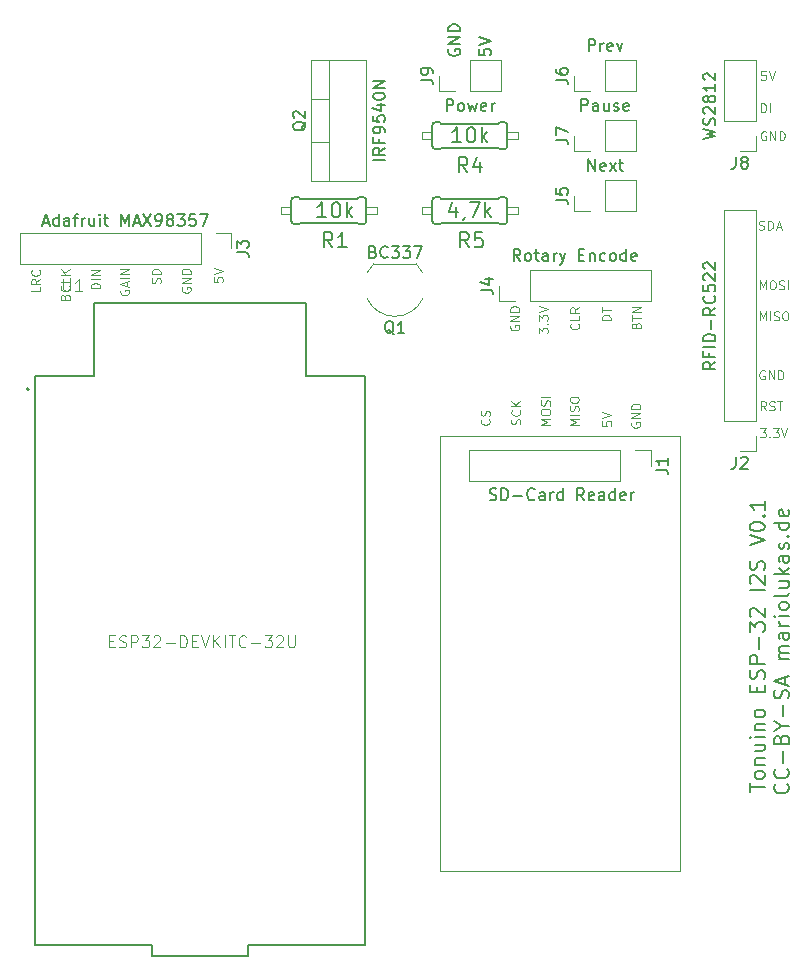
<source format=gbr>
%TF.GenerationSoftware,KiCad,Pcbnew,(5.1.8-0-10_14)*%
%TF.CreationDate,2021-01-10T22:50:04+01:00*%
%TF.ProjectId,Tonuino-ESP32_2,546f6e75-696e-46f2-9d45-535033325f32,rev?*%
%TF.SameCoordinates,Original*%
%TF.FileFunction,Legend,Top*%
%TF.FilePolarity,Positive*%
%FSLAX46Y46*%
G04 Gerber Fmt 4.6, Leading zero omitted, Abs format (unit mm)*
G04 Created by KiCad (PCBNEW (5.1.8-0-10_14)) date 2021-01-10 22:50:04*
%MOMM*%
%LPD*%
G01*
G04 APERTURE LIST*
%ADD10C,0.063500*%
%ADD11C,0.150000*%
%ADD12C,0.120000*%
%ADD13C,0.200000*%
%ADD14C,0.127000*%
%ADD15C,0.066040*%
%ADD16C,0.152400*%
%ADD17C,0.015000*%
G04 APERTURE END LIST*
D10*
X146954240Y-53714831D02*
X146917954Y-53787402D01*
X146917954Y-53896260D01*
X146954240Y-54005117D01*
X147026811Y-54077688D01*
X147099382Y-54113974D01*
X147244525Y-54150260D01*
X147353382Y-54150260D01*
X147498525Y-54113974D01*
X147571097Y-54077688D01*
X147643668Y-54005117D01*
X147679954Y-53896260D01*
X147679954Y-53823688D01*
X147643668Y-53714831D01*
X147607382Y-53678545D01*
X147353382Y-53678545D01*
X147353382Y-53823688D01*
X147462240Y-53388260D02*
X147462240Y-53025402D01*
X147679954Y-53460831D02*
X146917954Y-53206831D01*
X147679954Y-52952831D01*
X147679954Y-52698831D02*
X146917954Y-52698831D01*
X147679954Y-52335974D02*
X146917954Y-52335974D01*
X147679954Y-51900545D01*
X146917954Y-51900545D01*
D11*
X200207023Y-96187380D02*
X200207023Y-95461666D01*
X201477023Y-95824523D02*
X200207023Y-95824523D01*
X201477023Y-94856904D02*
X201416547Y-94977857D01*
X201356071Y-95038333D01*
X201235119Y-95098809D01*
X200872261Y-95098809D01*
X200751309Y-95038333D01*
X200690833Y-94977857D01*
X200630357Y-94856904D01*
X200630357Y-94675476D01*
X200690833Y-94554523D01*
X200751309Y-94494047D01*
X200872261Y-94433571D01*
X201235119Y-94433571D01*
X201356071Y-94494047D01*
X201416547Y-94554523D01*
X201477023Y-94675476D01*
X201477023Y-94856904D01*
X200630357Y-93889285D02*
X201477023Y-93889285D01*
X200751309Y-93889285D02*
X200690833Y-93828809D01*
X200630357Y-93707857D01*
X200630357Y-93526428D01*
X200690833Y-93405476D01*
X200811785Y-93345000D01*
X201477023Y-93345000D01*
X200630357Y-92195952D02*
X201477023Y-92195952D01*
X200630357Y-92740238D02*
X201295595Y-92740238D01*
X201416547Y-92679761D01*
X201477023Y-92558809D01*
X201477023Y-92377380D01*
X201416547Y-92256428D01*
X201356071Y-92195952D01*
X201477023Y-91591190D02*
X200630357Y-91591190D01*
X200207023Y-91591190D02*
X200267500Y-91651666D01*
X200327976Y-91591190D01*
X200267500Y-91530714D01*
X200207023Y-91591190D01*
X200327976Y-91591190D01*
X200630357Y-90986428D02*
X201477023Y-90986428D01*
X200751309Y-90986428D02*
X200690833Y-90925952D01*
X200630357Y-90805000D01*
X200630357Y-90623571D01*
X200690833Y-90502619D01*
X200811785Y-90442142D01*
X201477023Y-90442142D01*
X201477023Y-89655952D02*
X201416547Y-89776904D01*
X201356071Y-89837380D01*
X201235119Y-89897857D01*
X200872261Y-89897857D01*
X200751309Y-89837380D01*
X200690833Y-89776904D01*
X200630357Y-89655952D01*
X200630357Y-89474523D01*
X200690833Y-89353571D01*
X200751309Y-89293095D01*
X200872261Y-89232619D01*
X201235119Y-89232619D01*
X201356071Y-89293095D01*
X201416547Y-89353571D01*
X201477023Y-89474523D01*
X201477023Y-89655952D01*
X200811785Y-87720714D02*
X200811785Y-87297380D01*
X201477023Y-87115952D02*
X201477023Y-87720714D01*
X200207023Y-87720714D01*
X200207023Y-87115952D01*
X201416547Y-86632142D02*
X201477023Y-86450714D01*
X201477023Y-86148333D01*
X201416547Y-86027380D01*
X201356071Y-85966904D01*
X201235119Y-85906428D01*
X201114166Y-85906428D01*
X200993214Y-85966904D01*
X200932738Y-86027380D01*
X200872261Y-86148333D01*
X200811785Y-86390238D01*
X200751309Y-86511190D01*
X200690833Y-86571666D01*
X200569880Y-86632142D01*
X200448928Y-86632142D01*
X200327976Y-86571666D01*
X200267500Y-86511190D01*
X200207023Y-86390238D01*
X200207023Y-86087857D01*
X200267500Y-85906428D01*
X201477023Y-85362142D02*
X200207023Y-85362142D01*
X200207023Y-84878333D01*
X200267500Y-84757380D01*
X200327976Y-84696904D01*
X200448928Y-84636428D01*
X200630357Y-84636428D01*
X200751309Y-84696904D01*
X200811785Y-84757380D01*
X200872261Y-84878333D01*
X200872261Y-85362142D01*
X200993214Y-84092142D02*
X200993214Y-83124523D01*
X200207023Y-82640714D02*
X200207023Y-81854523D01*
X200690833Y-82277857D01*
X200690833Y-82096428D01*
X200751309Y-81975476D01*
X200811785Y-81915000D01*
X200932738Y-81854523D01*
X201235119Y-81854523D01*
X201356071Y-81915000D01*
X201416547Y-81975476D01*
X201477023Y-82096428D01*
X201477023Y-82459285D01*
X201416547Y-82580238D01*
X201356071Y-82640714D01*
X200327976Y-81370714D02*
X200267500Y-81310238D01*
X200207023Y-81189285D01*
X200207023Y-80886904D01*
X200267500Y-80765952D01*
X200327976Y-80705476D01*
X200448928Y-80645000D01*
X200569880Y-80645000D01*
X200751309Y-80705476D01*
X201477023Y-81431190D01*
X201477023Y-80645000D01*
X201477023Y-79133095D02*
X200207023Y-79133095D01*
X200327976Y-78588809D02*
X200267500Y-78528333D01*
X200207023Y-78407380D01*
X200207023Y-78105000D01*
X200267500Y-77984047D01*
X200327976Y-77923571D01*
X200448928Y-77863095D01*
X200569880Y-77863095D01*
X200751309Y-77923571D01*
X201477023Y-78649285D01*
X201477023Y-77863095D01*
X201416547Y-77379285D02*
X201477023Y-77197857D01*
X201477023Y-76895476D01*
X201416547Y-76774523D01*
X201356071Y-76714047D01*
X201235119Y-76653571D01*
X201114166Y-76653571D01*
X200993214Y-76714047D01*
X200932738Y-76774523D01*
X200872261Y-76895476D01*
X200811785Y-77137380D01*
X200751309Y-77258333D01*
X200690833Y-77318809D01*
X200569880Y-77379285D01*
X200448928Y-77379285D01*
X200327976Y-77318809D01*
X200267500Y-77258333D01*
X200207023Y-77137380D01*
X200207023Y-76835000D01*
X200267500Y-76653571D01*
X200207023Y-75323095D02*
X201477023Y-74899761D01*
X200207023Y-74476428D01*
X200207023Y-73811190D02*
X200207023Y-73690238D01*
X200267500Y-73569285D01*
X200327976Y-73508809D01*
X200448928Y-73448333D01*
X200690833Y-73387857D01*
X200993214Y-73387857D01*
X201235119Y-73448333D01*
X201356071Y-73508809D01*
X201416547Y-73569285D01*
X201477023Y-73690238D01*
X201477023Y-73811190D01*
X201416547Y-73932142D01*
X201356071Y-73992619D01*
X201235119Y-74053095D01*
X200993214Y-74113571D01*
X200690833Y-74113571D01*
X200448928Y-74053095D01*
X200327976Y-73992619D01*
X200267500Y-73932142D01*
X200207023Y-73811190D01*
X201356071Y-72843571D02*
X201416547Y-72783095D01*
X201477023Y-72843571D01*
X201416547Y-72904047D01*
X201356071Y-72843571D01*
X201477023Y-72843571D01*
X201477023Y-71573571D02*
X201477023Y-72299285D01*
X201477023Y-71936428D02*
X200207023Y-71936428D01*
X200388452Y-72057380D01*
X200509404Y-72178333D01*
X200569880Y-72299285D01*
X203411071Y-95552380D02*
X203471547Y-95612857D01*
X203532023Y-95794285D01*
X203532023Y-95915238D01*
X203471547Y-96096666D01*
X203350595Y-96217619D01*
X203229642Y-96278095D01*
X202987738Y-96338571D01*
X202806309Y-96338571D01*
X202564404Y-96278095D01*
X202443452Y-96217619D01*
X202322500Y-96096666D01*
X202262023Y-95915238D01*
X202262023Y-95794285D01*
X202322500Y-95612857D01*
X202382976Y-95552380D01*
X203411071Y-94282380D02*
X203471547Y-94342857D01*
X203532023Y-94524285D01*
X203532023Y-94645238D01*
X203471547Y-94826666D01*
X203350595Y-94947619D01*
X203229642Y-95008095D01*
X202987738Y-95068571D01*
X202806309Y-95068571D01*
X202564404Y-95008095D01*
X202443452Y-94947619D01*
X202322500Y-94826666D01*
X202262023Y-94645238D01*
X202262023Y-94524285D01*
X202322500Y-94342857D01*
X202382976Y-94282380D01*
X203048214Y-93738095D02*
X203048214Y-92770476D01*
X202866785Y-91742380D02*
X202927261Y-91560952D01*
X202987738Y-91500476D01*
X203108690Y-91440000D01*
X203290119Y-91440000D01*
X203411071Y-91500476D01*
X203471547Y-91560952D01*
X203532023Y-91681904D01*
X203532023Y-92165714D01*
X202262023Y-92165714D01*
X202262023Y-91742380D01*
X202322500Y-91621428D01*
X202382976Y-91560952D01*
X202503928Y-91500476D01*
X202624880Y-91500476D01*
X202745833Y-91560952D01*
X202806309Y-91621428D01*
X202866785Y-91742380D01*
X202866785Y-92165714D01*
X202927261Y-90653809D02*
X203532023Y-90653809D01*
X202262023Y-91077142D02*
X202927261Y-90653809D01*
X202262023Y-90230476D01*
X203048214Y-89807142D02*
X203048214Y-88839523D01*
X203471547Y-88295238D02*
X203532023Y-88113809D01*
X203532023Y-87811428D01*
X203471547Y-87690476D01*
X203411071Y-87630000D01*
X203290119Y-87569523D01*
X203169166Y-87569523D01*
X203048214Y-87630000D01*
X202987738Y-87690476D01*
X202927261Y-87811428D01*
X202866785Y-88053333D01*
X202806309Y-88174285D01*
X202745833Y-88234761D01*
X202624880Y-88295238D01*
X202503928Y-88295238D01*
X202382976Y-88234761D01*
X202322500Y-88174285D01*
X202262023Y-88053333D01*
X202262023Y-87750952D01*
X202322500Y-87569523D01*
X203169166Y-87085714D02*
X203169166Y-86480952D01*
X203532023Y-87206666D02*
X202262023Y-86783333D01*
X203532023Y-86360000D01*
X203532023Y-84969047D02*
X202685357Y-84969047D01*
X202806309Y-84969047D02*
X202745833Y-84908571D01*
X202685357Y-84787619D01*
X202685357Y-84606190D01*
X202745833Y-84485238D01*
X202866785Y-84424761D01*
X203532023Y-84424761D01*
X202866785Y-84424761D02*
X202745833Y-84364285D01*
X202685357Y-84243333D01*
X202685357Y-84061904D01*
X202745833Y-83940952D01*
X202866785Y-83880476D01*
X203532023Y-83880476D01*
X203532023Y-82731428D02*
X202866785Y-82731428D01*
X202745833Y-82791904D01*
X202685357Y-82912857D01*
X202685357Y-83154761D01*
X202745833Y-83275714D01*
X203471547Y-82731428D02*
X203532023Y-82852380D01*
X203532023Y-83154761D01*
X203471547Y-83275714D01*
X203350595Y-83336190D01*
X203229642Y-83336190D01*
X203108690Y-83275714D01*
X203048214Y-83154761D01*
X203048214Y-82852380D01*
X202987738Y-82731428D01*
X203532023Y-82126666D02*
X202685357Y-82126666D01*
X202927261Y-82126666D02*
X202806309Y-82066190D01*
X202745833Y-82005714D01*
X202685357Y-81884761D01*
X202685357Y-81763809D01*
X203532023Y-81340476D02*
X202685357Y-81340476D01*
X202262023Y-81340476D02*
X202322500Y-81400952D01*
X202382976Y-81340476D01*
X202322500Y-81280000D01*
X202262023Y-81340476D01*
X202382976Y-81340476D01*
X203532023Y-80554285D02*
X203471547Y-80675238D01*
X203411071Y-80735714D01*
X203290119Y-80796190D01*
X202927261Y-80796190D01*
X202806309Y-80735714D01*
X202745833Y-80675238D01*
X202685357Y-80554285D01*
X202685357Y-80372857D01*
X202745833Y-80251904D01*
X202806309Y-80191428D01*
X202927261Y-80130952D01*
X203290119Y-80130952D01*
X203411071Y-80191428D01*
X203471547Y-80251904D01*
X203532023Y-80372857D01*
X203532023Y-80554285D01*
X203532023Y-79405238D02*
X203471547Y-79526190D01*
X203350595Y-79586666D01*
X202262023Y-79586666D01*
X202685357Y-78377142D02*
X203532023Y-78377142D01*
X202685357Y-78921428D02*
X203350595Y-78921428D01*
X203471547Y-78860952D01*
X203532023Y-78740000D01*
X203532023Y-78558571D01*
X203471547Y-78437619D01*
X203411071Y-78377142D01*
X203532023Y-77772380D02*
X202262023Y-77772380D01*
X203048214Y-77651428D02*
X203532023Y-77288571D01*
X202685357Y-77288571D02*
X203169166Y-77772380D01*
X203532023Y-76200000D02*
X202866785Y-76200000D01*
X202745833Y-76260476D01*
X202685357Y-76381428D01*
X202685357Y-76623333D01*
X202745833Y-76744285D01*
X203471547Y-76200000D02*
X203532023Y-76320952D01*
X203532023Y-76623333D01*
X203471547Y-76744285D01*
X203350595Y-76804761D01*
X203229642Y-76804761D01*
X203108690Y-76744285D01*
X203048214Y-76623333D01*
X203048214Y-76320952D01*
X202987738Y-76200000D01*
X203471547Y-75655714D02*
X203532023Y-75534761D01*
X203532023Y-75292857D01*
X203471547Y-75171904D01*
X203350595Y-75111428D01*
X203290119Y-75111428D01*
X203169166Y-75171904D01*
X203108690Y-75292857D01*
X203108690Y-75474285D01*
X203048214Y-75595238D01*
X202927261Y-75655714D01*
X202866785Y-75655714D01*
X202745833Y-75595238D01*
X202685357Y-75474285D01*
X202685357Y-75292857D01*
X202745833Y-75171904D01*
X203411071Y-74567142D02*
X203471547Y-74506666D01*
X203532023Y-74567142D01*
X203471547Y-74627619D01*
X203411071Y-74567142D01*
X203532023Y-74567142D01*
X203532023Y-73418095D02*
X202262023Y-73418095D01*
X203471547Y-73418095D02*
X203532023Y-73539047D01*
X203532023Y-73780952D01*
X203471547Y-73901904D01*
X203411071Y-73962380D01*
X203290119Y-74022857D01*
X202927261Y-74022857D01*
X202806309Y-73962380D01*
X202745833Y-73901904D01*
X202685357Y-73780952D01*
X202685357Y-73539047D01*
X202745833Y-73418095D01*
X203471547Y-72329523D02*
X203532023Y-72450476D01*
X203532023Y-72692380D01*
X203471547Y-72813333D01*
X203350595Y-72873809D01*
X202866785Y-72873809D01*
X202745833Y-72813333D01*
X202685357Y-72692380D01*
X202685357Y-72450476D01*
X202745833Y-72329523D01*
X202866785Y-72269047D01*
X202987738Y-72269047D01*
X203108690Y-72873809D01*
D10*
X178148342Y-64653160D02*
X178184628Y-64689445D01*
X178220914Y-64798302D01*
X178220914Y-64870874D01*
X178184628Y-64979731D01*
X178112057Y-65052302D01*
X178039485Y-65088588D01*
X177894342Y-65124874D01*
X177785485Y-65124874D01*
X177640342Y-65088588D01*
X177567771Y-65052302D01*
X177495200Y-64979731D01*
X177458914Y-64870874D01*
X177458914Y-64798302D01*
X177495200Y-64689445D01*
X177531485Y-64653160D01*
X178184628Y-64362874D02*
X178220914Y-64254017D01*
X178220914Y-64072588D01*
X178184628Y-64000017D01*
X178148342Y-63963731D01*
X178075771Y-63927445D01*
X178003200Y-63927445D01*
X177930628Y-63963731D01*
X177894342Y-64000017D01*
X177858057Y-64072588D01*
X177821771Y-64217731D01*
X177785485Y-64290302D01*
X177749200Y-64326588D01*
X177676628Y-64362874D01*
X177604057Y-64362874D01*
X177531485Y-64326588D01*
X177495200Y-64290302D01*
X177458914Y-64217731D01*
X177458914Y-64036302D01*
X177495200Y-63927445D01*
X180767808Y-65084234D02*
X180804094Y-64975377D01*
X180804094Y-64793948D01*
X180767808Y-64721377D01*
X180731522Y-64685091D01*
X180658951Y-64648805D01*
X180586380Y-64648805D01*
X180513808Y-64685091D01*
X180477522Y-64721377D01*
X180441237Y-64793948D01*
X180404951Y-64939091D01*
X180368665Y-65011662D01*
X180332380Y-65047948D01*
X180259808Y-65084234D01*
X180187237Y-65084234D01*
X180114665Y-65047948D01*
X180078380Y-65011662D01*
X180042094Y-64939091D01*
X180042094Y-64757662D01*
X180078380Y-64648805D01*
X180731522Y-63886805D02*
X180767808Y-63923091D01*
X180804094Y-64031948D01*
X180804094Y-64104520D01*
X180767808Y-64213377D01*
X180695237Y-64285948D01*
X180622665Y-64322234D01*
X180477522Y-64358520D01*
X180368665Y-64358520D01*
X180223522Y-64322234D01*
X180150951Y-64285948D01*
X180078380Y-64213377D01*
X180042094Y-64104520D01*
X180042094Y-64031948D01*
X180078380Y-63923091D01*
X180114665Y-63886805D01*
X180804094Y-63560234D02*
X180042094Y-63560234D01*
X180804094Y-63124805D02*
X180368665Y-63451377D01*
X180042094Y-63124805D02*
X180477522Y-63560234D01*
X183308534Y-65121608D02*
X182546534Y-65121608D01*
X183090820Y-64867608D01*
X182546534Y-64613608D01*
X183308534Y-64613608D01*
X182546534Y-64105608D02*
X182546534Y-63960465D01*
X182582820Y-63887894D01*
X182655391Y-63815322D01*
X182800534Y-63779037D01*
X183054534Y-63779037D01*
X183199677Y-63815322D01*
X183272248Y-63887894D01*
X183308534Y-63960465D01*
X183308534Y-64105608D01*
X183272248Y-64178180D01*
X183199677Y-64250751D01*
X183054534Y-64287037D01*
X182800534Y-64287037D01*
X182655391Y-64250751D01*
X182582820Y-64178180D01*
X182546534Y-64105608D01*
X183272248Y-63488751D02*
X183308534Y-63379894D01*
X183308534Y-63198465D01*
X183272248Y-63125894D01*
X183235962Y-63089608D01*
X183163391Y-63053322D01*
X183090820Y-63053322D01*
X183018248Y-63089608D01*
X182981962Y-63125894D01*
X182945677Y-63198465D01*
X182909391Y-63343608D01*
X182873105Y-63416180D01*
X182836820Y-63452465D01*
X182764248Y-63488751D01*
X182691677Y-63488751D01*
X182619105Y-63452465D01*
X182582820Y-63416180D01*
X182546534Y-63343608D01*
X182546534Y-63162180D01*
X182582820Y-63053322D01*
X183308534Y-62726751D02*
X182546534Y-62726751D01*
X185752014Y-65162248D02*
X184990014Y-65162248D01*
X185534300Y-64908248D01*
X184990014Y-64654248D01*
X185752014Y-64654248D01*
X185752014Y-64291391D02*
X184990014Y-64291391D01*
X185715728Y-63964820D02*
X185752014Y-63855962D01*
X185752014Y-63674534D01*
X185715728Y-63601962D01*
X185679442Y-63565677D01*
X185606871Y-63529391D01*
X185534300Y-63529391D01*
X185461728Y-63565677D01*
X185425442Y-63601962D01*
X185389157Y-63674534D01*
X185352871Y-63819677D01*
X185316585Y-63892248D01*
X185280300Y-63928534D01*
X185207728Y-63964820D01*
X185135157Y-63964820D01*
X185062585Y-63928534D01*
X185026300Y-63892248D01*
X184990014Y-63819677D01*
X184990014Y-63638248D01*
X185026300Y-63529391D01*
X184990014Y-63057677D02*
X184990014Y-62912534D01*
X185026300Y-62839962D01*
X185098871Y-62767391D01*
X185244014Y-62731105D01*
X185498014Y-62731105D01*
X185643157Y-62767391D01*
X185715728Y-62839962D01*
X185752014Y-62912534D01*
X185752014Y-63057677D01*
X185715728Y-63130248D01*
X185643157Y-63202820D01*
X185498014Y-63239105D01*
X185244014Y-63239105D01*
X185098871Y-63202820D01*
X185026300Y-63130248D01*
X184990014Y-63057677D01*
X187753534Y-64831322D02*
X187753534Y-65194180D01*
X188116391Y-65230465D01*
X188080105Y-65194180D01*
X188043820Y-65121608D01*
X188043820Y-64940180D01*
X188080105Y-64867608D01*
X188116391Y-64831322D01*
X188188962Y-64795037D01*
X188370391Y-64795037D01*
X188442962Y-64831322D01*
X188479248Y-64867608D01*
X188515534Y-64940180D01*
X188515534Y-65121608D01*
X188479248Y-65194180D01*
X188442962Y-65230465D01*
X187753534Y-64577322D02*
X188515534Y-64323322D01*
X187753534Y-64069322D01*
X190233300Y-64926391D02*
X190197014Y-64998962D01*
X190197014Y-65107820D01*
X190233300Y-65216677D01*
X190305871Y-65289248D01*
X190378442Y-65325534D01*
X190523585Y-65361820D01*
X190632442Y-65361820D01*
X190777585Y-65325534D01*
X190850157Y-65289248D01*
X190922728Y-65216677D01*
X190959014Y-65107820D01*
X190959014Y-65035248D01*
X190922728Y-64926391D01*
X190886442Y-64890105D01*
X190632442Y-64890105D01*
X190632442Y-65035248D01*
X190959014Y-64563534D02*
X190197014Y-64563534D01*
X190959014Y-64128105D01*
X190197014Y-64128105D01*
X190959014Y-63765248D02*
X190197014Y-63765248D01*
X190197014Y-63583820D01*
X190233300Y-63474962D01*
X190305871Y-63402391D01*
X190378442Y-63366105D01*
X190523585Y-63329820D01*
X190632442Y-63329820D01*
X190777585Y-63366105D01*
X190850157Y-63402391D01*
X190922728Y-63474962D01*
X190959014Y-63583820D01*
X190959014Y-63765248D01*
X190577651Y-56692800D02*
X190613937Y-56583942D01*
X190650222Y-56547657D01*
X190722794Y-56511371D01*
X190831651Y-56511371D01*
X190904222Y-56547657D01*
X190940508Y-56583942D01*
X190976794Y-56656514D01*
X190976794Y-56946800D01*
X190214794Y-56946800D01*
X190214794Y-56692800D01*
X190251080Y-56620228D01*
X190287365Y-56583942D01*
X190359937Y-56547657D01*
X190432508Y-56547657D01*
X190505080Y-56583942D01*
X190541365Y-56620228D01*
X190577651Y-56692800D01*
X190577651Y-56946800D01*
X190214794Y-56293657D02*
X190214794Y-55858228D01*
X190976794Y-56075942D02*
X190214794Y-56075942D01*
X190976794Y-55604228D02*
X190214794Y-55604228D01*
X190976794Y-55168800D01*
X190214794Y-55168800D01*
X188446954Y-56247937D02*
X187684954Y-56247937D01*
X187684954Y-56066508D01*
X187721240Y-55957651D01*
X187793811Y-55885080D01*
X187866382Y-55848794D01*
X188011525Y-55812508D01*
X188120382Y-55812508D01*
X188265525Y-55848794D01*
X188338097Y-55885080D01*
X188410668Y-55957651D01*
X188446954Y-56066508D01*
X188446954Y-56247937D01*
X187684954Y-55594794D02*
X187684954Y-55159365D01*
X188446954Y-55377080D02*
X187684954Y-55377080D01*
X185702302Y-56562171D02*
X185738588Y-56598457D01*
X185774874Y-56707314D01*
X185774874Y-56779885D01*
X185738588Y-56888742D01*
X185666017Y-56961314D01*
X185593445Y-56997600D01*
X185448302Y-57033885D01*
X185339445Y-57033885D01*
X185194302Y-56997600D01*
X185121731Y-56961314D01*
X185049160Y-56888742D01*
X185012874Y-56779885D01*
X185012874Y-56707314D01*
X185049160Y-56598457D01*
X185085445Y-56562171D01*
X185774874Y-55872742D02*
X185774874Y-56235600D01*
X185012874Y-56235600D01*
X185774874Y-55183314D02*
X185412017Y-55437314D01*
X185774874Y-55618742D02*
X185012874Y-55618742D01*
X185012874Y-55328457D01*
X185049160Y-55255885D01*
X185085445Y-55219600D01*
X185158017Y-55183314D01*
X185266874Y-55183314D01*
X185339445Y-55219600D01*
X185375731Y-55255885D01*
X185412017Y-55328457D01*
X185412017Y-55618742D01*
X182366194Y-57390937D02*
X182366194Y-56919222D01*
X182656480Y-57173222D01*
X182656480Y-57064365D01*
X182692765Y-56991794D01*
X182729051Y-56955508D01*
X182801622Y-56919222D01*
X182983051Y-56919222D01*
X183055622Y-56955508D01*
X183091908Y-56991794D01*
X183128194Y-57064365D01*
X183128194Y-57282080D01*
X183091908Y-57354651D01*
X183055622Y-57390937D01*
X183055622Y-56592651D02*
X183091908Y-56556365D01*
X183128194Y-56592651D01*
X183091908Y-56628937D01*
X183055622Y-56592651D01*
X183128194Y-56592651D01*
X182366194Y-56302365D02*
X182366194Y-55830651D01*
X182656480Y-56084651D01*
X182656480Y-55975794D01*
X182692765Y-55903222D01*
X182729051Y-55866937D01*
X182801622Y-55830651D01*
X182983051Y-55830651D01*
X183055622Y-55866937D01*
X183091908Y-55903222D01*
X183128194Y-55975794D01*
X183128194Y-56193508D01*
X183091908Y-56266080D01*
X183055622Y-56302365D01*
X182366194Y-55612937D02*
X183128194Y-55358937D01*
X182366194Y-55104937D01*
X179976780Y-56701871D02*
X179940494Y-56774442D01*
X179940494Y-56883300D01*
X179976780Y-56992157D01*
X180049351Y-57064728D01*
X180121922Y-57101014D01*
X180267065Y-57137300D01*
X180375922Y-57137300D01*
X180521065Y-57101014D01*
X180593637Y-57064728D01*
X180666208Y-56992157D01*
X180702494Y-56883300D01*
X180702494Y-56810728D01*
X180666208Y-56701871D01*
X180629922Y-56665585D01*
X180375922Y-56665585D01*
X180375922Y-56810728D01*
X180702494Y-56339014D02*
X179940494Y-56339014D01*
X180702494Y-55903585D01*
X179940494Y-55903585D01*
X180702494Y-55540728D02*
X179940494Y-55540728D01*
X179940494Y-55359300D01*
X179976780Y-55250442D01*
X180049351Y-55177871D01*
X180121922Y-55141585D01*
X180267065Y-55105300D01*
X180375922Y-55105300D01*
X180521065Y-55141585D01*
X180593637Y-55177871D01*
X180666208Y-55250442D01*
X180702494Y-55359300D01*
X180702494Y-55540728D01*
X201588188Y-40309800D02*
X201515617Y-40273514D01*
X201406760Y-40273514D01*
X201297902Y-40309800D01*
X201225331Y-40382371D01*
X201189045Y-40454942D01*
X201152760Y-40600085D01*
X201152760Y-40708942D01*
X201189045Y-40854085D01*
X201225331Y-40926657D01*
X201297902Y-40999228D01*
X201406760Y-41035514D01*
X201479331Y-41035514D01*
X201588188Y-40999228D01*
X201624474Y-40962942D01*
X201624474Y-40708942D01*
X201479331Y-40708942D01*
X201951045Y-41035514D02*
X201951045Y-40273514D01*
X202386474Y-41035514D01*
X202386474Y-40273514D01*
X202749331Y-41035514D02*
X202749331Y-40273514D01*
X202930760Y-40273514D01*
X203039617Y-40309800D01*
X203112188Y-40382371D01*
X203148474Y-40454942D01*
X203184760Y-40600085D01*
X203184760Y-40708942D01*
X203148474Y-40854085D01*
X203112188Y-40926657D01*
X203039617Y-40999228D01*
X202930760Y-41035514D01*
X202749331Y-41035514D01*
X201568957Y-35183354D02*
X201206100Y-35183354D01*
X201169814Y-35546211D01*
X201206100Y-35509925D01*
X201278671Y-35473640D01*
X201460100Y-35473640D01*
X201532671Y-35509925D01*
X201568957Y-35546211D01*
X201605242Y-35618782D01*
X201605242Y-35800211D01*
X201568957Y-35872782D01*
X201532671Y-35909068D01*
X201460100Y-35945354D01*
X201278671Y-35945354D01*
X201206100Y-35909068D01*
X201169814Y-35872782D01*
X201822957Y-35183354D02*
X202076957Y-35945354D01*
X202330957Y-35183354D01*
X201185780Y-38660614D02*
X201185780Y-37898614D01*
X201367208Y-37898614D01*
X201476065Y-37934900D01*
X201548637Y-38007471D01*
X201584922Y-38080042D01*
X201621208Y-38225185D01*
X201621208Y-38334042D01*
X201584922Y-38479185D01*
X201548637Y-38551757D01*
X201476065Y-38624328D01*
X201367208Y-38660614D01*
X201185780Y-38660614D01*
X201947780Y-38660614D02*
X201947780Y-37898614D01*
X154835134Y-52639322D02*
X154835134Y-53002180D01*
X155197991Y-53038465D01*
X155161705Y-53002180D01*
X155125420Y-52929608D01*
X155125420Y-52748180D01*
X155161705Y-52675608D01*
X155197991Y-52639322D01*
X155270562Y-52603037D01*
X155451991Y-52603037D01*
X155524562Y-52639322D01*
X155560848Y-52675608D01*
X155597134Y-52748180D01*
X155597134Y-52929608D01*
X155560848Y-53002180D01*
X155524562Y-53038465D01*
X154835134Y-52385322D02*
X155597134Y-52131322D01*
X154835134Y-51877322D01*
X145216154Y-53568962D02*
X144454154Y-53568962D01*
X144454154Y-53387534D01*
X144490440Y-53278677D01*
X144563011Y-53206105D01*
X144635582Y-53169820D01*
X144780725Y-53133534D01*
X144889582Y-53133534D01*
X145034725Y-53169820D01*
X145107297Y-53206105D01*
X145179868Y-53278677D01*
X145216154Y-53387534D01*
X145216154Y-53568962D01*
X145216154Y-52806962D02*
X144454154Y-52806962D01*
X145216154Y-52444105D02*
X144454154Y-52444105D01*
X145216154Y-52008677D01*
X144454154Y-52008677D01*
X142231291Y-54284880D02*
X142267577Y-54176022D01*
X142303862Y-54139737D01*
X142376434Y-54103451D01*
X142485291Y-54103451D01*
X142557862Y-54139737D01*
X142594148Y-54176022D01*
X142630434Y-54248594D01*
X142630434Y-54538880D01*
X141868434Y-54538880D01*
X141868434Y-54284880D01*
X141904720Y-54212308D01*
X141941005Y-54176022D01*
X142013577Y-54139737D01*
X142086148Y-54139737D01*
X142158720Y-54176022D01*
X142195005Y-54212308D01*
X142231291Y-54284880D01*
X142231291Y-54538880D01*
X142557862Y-53341451D02*
X142594148Y-53377737D01*
X142630434Y-53486594D01*
X142630434Y-53559165D01*
X142594148Y-53668022D01*
X142521577Y-53740594D01*
X142449005Y-53776880D01*
X142303862Y-53813165D01*
X142195005Y-53813165D01*
X142049862Y-53776880D01*
X141977291Y-53740594D01*
X141904720Y-53668022D01*
X141868434Y-53559165D01*
X141868434Y-53486594D01*
X141904720Y-53377737D01*
X141941005Y-53341451D01*
X142630434Y-52652022D02*
X142630434Y-53014880D01*
X141868434Y-53014880D01*
X142630434Y-52398022D02*
X141868434Y-52398022D01*
X142630434Y-51962594D02*
X142195005Y-52289165D01*
X141868434Y-51962594D02*
X142303862Y-52398022D01*
X140148854Y-53469902D02*
X140148854Y-53832760D01*
X139386854Y-53832760D01*
X140148854Y-52780474D02*
X139785997Y-53034474D01*
X140148854Y-53215902D02*
X139386854Y-53215902D01*
X139386854Y-52925617D01*
X139423140Y-52853045D01*
X139459425Y-52816760D01*
X139531997Y-52780474D01*
X139640854Y-52780474D01*
X139713425Y-52816760D01*
X139749711Y-52853045D01*
X139785997Y-52925617D01*
X139785997Y-53215902D01*
X140076282Y-52018474D02*
X140112568Y-52054760D01*
X140148854Y-52163617D01*
X140148854Y-52236188D01*
X140112568Y-52345045D01*
X140039997Y-52417617D01*
X139967425Y-52453902D01*
X139822282Y-52490188D01*
X139713425Y-52490188D01*
X139568282Y-52453902D01*
X139495711Y-52417617D01*
X139423140Y-52345045D01*
X139386854Y-52236188D01*
X139386854Y-52163617D01*
X139423140Y-52054760D01*
X139459425Y-52018474D01*
X150300508Y-53128454D02*
X150336794Y-53019597D01*
X150336794Y-52838168D01*
X150300508Y-52765597D01*
X150264222Y-52729311D01*
X150191651Y-52693025D01*
X150119080Y-52693025D01*
X150046508Y-52729311D01*
X150010222Y-52765597D01*
X149973937Y-52838168D01*
X149937651Y-52983311D01*
X149901365Y-53055882D01*
X149865080Y-53092168D01*
X149792508Y-53128454D01*
X149719937Y-53128454D01*
X149647365Y-53092168D01*
X149611080Y-53055882D01*
X149574794Y-52983311D01*
X149574794Y-52801882D01*
X149611080Y-52693025D01*
X150336794Y-52366454D02*
X149574794Y-52366454D01*
X149574794Y-52185025D01*
X149611080Y-52076168D01*
X149683651Y-52003597D01*
X149756222Y-51967311D01*
X149901365Y-51931025D01*
X150010222Y-51931025D01*
X150155365Y-51967311D01*
X150227937Y-52003597D01*
X150300508Y-52076168D01*
X150336794Y-52185025D01*
X150336794Y-52366454D01*
X152168860Y-53493851D02*
X152132574Y-53566422D01*
X152132574Y-53675280D01*
X152168860Y-53784137D01*
X152241431Y-53856708D01*
X152314002Y-53892994D01*
X152459145Y-53929280D01*
X152568002Y-53929280D01*
X152713145Y-53892994D01*
X152785717Y-53856708D01*
X152858288Y-53784137D01*
X152894574Y-53675280D01*
X152894574Y-53602708D01*
X152858288Y-53493851D01*
X152822002Y-53457565D01*
X152568002Y-53457565D01*
X152568002Y-53602708D01*
X152894574Y-53130994D02*
X152132574Y-53130994D01*
X152894574Y-52695565D01*
X152132574Y-52695565D01*
X152894574Y-52332708D02*
X152132574Y-52332708D01*
X152132574Y-52151280D01*
X152168860Y-52042422D01*
X152241431Y-51969851D01*
X152314002Y-51933565D01*
X152459145Y-51897280D01*
X152568002Y-51897280D01*
X152713145Y-51933565D01*
X152785717Y-51969851D01*
X152858288Y-52042422D01*
X152894574Y-52151280D01*
X152894574Y-52332708D01*
X201117562Y-65432214D02*
X201589277Y-65432214D01*
X201335277Y-65722500D01*
X201444134Y-65722500D01*
X201516705Y-65758785D01*
X201552991Y-65795071D01*
X201589277Y-65867642D01*
X201589277Y-66049071D01*
X201552991Y-66121642D01*
X201516705Y-66157928D01*
X201444134Y-66194214D01*
X201226420Y-66194214D01*
X201153848Y-66157928D01*
X201117562Y-66121642D01*
X201915848Y-66121642D02*
X201952134Y-66157928D01*
X201915848Y-66194214D01*
X201879562Y-66157928D01*
X201915848Y-66121642D01*
X201915848Y-66194214D01*
X202206134Y-65432214D02*
X202677848Y-65432214D01*
X202423848Y-65722500D01*
X202532705Y-65722500D01*
X202605277Y-65758785D01*
X202641562Y-65795071D01*
X202677848Y-65867642D01*
X202677848Y-66049071D01*
X202641562Y-66121642D01*
X202605277Y-66157928D01*
X202532705Y-66194214D01*
X202314991Y-66194214D01*
X202242420Y-66157928D01*
X202206134Y-66121642D01*
X202895562Y-65432214D02*
X203149562Y-66194214D01*
X203403562Y-65432214D01*
X201601614Y-63892974D02*
X201347614Y-63530117D01*
X201166185Y-63892974D02*
X201166185Y-63130974D01*
X201456471Y-63130974D01*
X201529042Y-63167260D01*
X201565328Y-63203545D01*
X201601614Y-63276117D01*
X201601614Y-63384974D01*
X201565328Y-63457545D01*
X201529042Y-63493831D01*
X201456471Y-63530117D01*
X201166185Y-63530117D01*
X201891900Y-63856688D02*
X202000757Y-63892974D01*
X202182185Y-63892974D01*
X202254757Y-63856688D01*
X202291042Y-63820402D01*
X202327328Y-63747831D01*
X202327328Y-63675260D01*
X202291042Y-63602688D01*
X202254757Y-63566402D01*
X202182185Y-63530117D01*
X202037042Y-63493831D01*
X201964471Y-63457545D01*
X201928185Y-63421260D01*
X201891900Y-63348688D01*
X201891900Y-63276117D01*
X201928185Y-63203545D01*
X201964471Y-63167260D01*
X202037042Y-63130974D01*
X202218471Y-63130974D01*
X202327328Y-63167260D01*
X202545042Y-63130974D02*
X202980471Y-63130974D01*
X202762757Y-63892974D02*
X202762757Y-63130974D01*
X201481508Y-60556140D02*
X201408937Y-60519854D01*
X201300080Y-60519854D01*
X201191222Y-60556140D01*
X201118651Y-60628711D01*
X201082365Y-60701282D01*
X201046080Y-60846425D01*
X201046080Y-60955282D01*
X201082365Y-61100425D01*
X201118651Y-61172997D01*
X201191222Y-61245568D01*
X201300080Y-61281854D01*
X201372651Y-61281854D01*
X201481508Y-61245568D01*
X201517794Y-61209282D01*
X201517794Y-60955282D01*
X201372651Y-60955282D01*
X201844365Y-61281854D02*
X201844365Y-60519854D01*
X202279794Y-61281854D01*
X202279794Y-60519854D01*
X202642651Y-61281854D02*
X202642651Y-60519854D01*
X202824080Y-60519854D01*
X202932937Y-60556140D01*
X203005508Y-60628711D01*
X203041794Y-60701282D01*
X203078080Y-60846425D01*
X203078080Y-60955282D01*
X203041794Y-61100425D01*
X203005508Y-61172997D01*
X202932937Y-61245568D01*
X202824080Y-61281854D01*
X202642651Y-61281854D01*
X201065311Y-56288214D02*
X201065311Y-55526214D01*
X201319311Y-56070500D01*
X201573311Y-55526214D01*
X201573311Y-56288214D01*
X201936168Y-56288214D02*
X201936168Y-55526214D01*
X202262740Y-56251928D02*
X202371597Y-56288214D01*
X202553025Y-56288214D01*
X202625597Y-56251928D01*
X202661882Y-56215642D01*
X202698168Y-56143071D01*
X202698168Y-56070500D01*
X202661882Y-55997928D01*
X202625597Y-55961642D01*
X202553025Y-55925357D01*
X202407882Y-55889071D01*
X202335311Y-55852785D01*
X202299025Y-55816500D01*
X202262740Y-55743928D01*
X202262740Y-55671357D01*
X202299025Y-55598785D01*
X202335311Y-55562500D01*
X202407882Y-55526214D01*
X202589311Y-55526214D01*
X202698168Y-55562500D01*
X203169882Y-55526214D02*
X203315025Y-55526214D01*
X203387597Y-55562500D01*
X203460168Y-55635071D01*
X203496454Y-55780214D01*
X203496454Y-56034214D01*
X203460168Y-56179357D01*
X203387597Y-56251928D01*
X203315025Y-56288214D01*
X203169882Y-56288214D01*
X203097311Y-56251928D01*
X203024740Y-56179357D01*
X202988454Y-56034214D01*
X202988454Y-55780214D01*
X203024740Y-55635071D01*
X203097311Y-55562500D01*
X203169882Y-55526214D01*
X201065311Y-53666934D02*
X201065311Y-52904934D01*
X201319311Y-53449220D01*
X201573311Y-52904934D01*
X201573311Y-53666934D01*
X202081311Y-52904934D02*
X202226454Y-52904934D01*
X202299025Y-52941220D01*
X202371597Y-53013791D01*
X202407882Y-53158934D01*
X202407882Y-53412934D01*
X202371597Y-53558077D01*
X202299025Y-53630648D01*
X202226454Y-53666934D01*
X202081311Y-53666934D01*
X202008740Y-53630648D01*
X201936168Y-53558077D01*
X201899882Y-53412934D01*
X201899882Y-53158934D01*
X201936168Y-53013791D01*
X202008740Y-52941220D01*
X202081311Y-52904934D01*
X202698168Y-53630648D02*
X202807025Y-53666934D01*
X202988454Y-53666934D01*
X203061025Y-53630648D01*
X203097311Y-53594362D01*
X203133597Y-53521791D01*
X203133597Y-53449220D01*
X203097311Y-53376648D01*
X203061025Y-53340362D01*
X202988454Y-53304077D01*
X202843311Y-53267791D01*
X202770740Y-53231505D01*
X202734454Y-53195220D01*
X202698168Y-53122648D01*
X202698168Y-53050077D01*
X202734454Y-52977505D01*
X202770740Y-52941220D01*
X202843311Y-52904934D01*
X203024740Y-52904934D01*
X203133597Y-52941220D01*
X203460168Y-53666934D02*
X203460168Y-52904934D01*
X201004714Y-48568428D02*
X201113571Y-48604714D01*
X201295000Y-48604714D01*
X201367571Y-48568428D01*
X201403857Y-48532142D01*
X201440142Y-48459571D01*
X201440142Y-48387000D01*
X201403857Y-48314428D01*
X201367571Y-48278142D01*
X201295000Y-48241857D01*
X201149857Y-48205571D01*
X201077285Y-48169285D01*
X201041000Y-48133000D01*
X201004714Y-48060428D01*
X201004714Y-47987857D01*
X201041000Y-47915285D01*
X201077285Y-47879000D01*
X201149857Y-47842714D01*
X201331285Y-47842714D01*
X201440142Y-47879000D01*
X201766714Y-48604714D02*
X201766714Y-47842714D01*
X201948142Y-47842714D01*
X202057000Y-47879000D01*
X202129571Y-47951571D01*
X202165857Y-48024142D01*
X202202142Y-48169285D01*
X202202142Y-48278142D01*
X202165857Y-48423285D01*
X202129571Y-48495857D01*
X202057000Y-48568428D01*
X201948142Y-48604714D01*
X201766714Y-48604714D01*
X202492428Y-48387000D02*
X202855285Y-48387000D01*
X202419857Y-48604714D02*
X202673857Y-47842714D01*
X202927857Y-48604714D01*
D11*
X174744760Y-33317084D02*
X174697140Y-33412322D01*
X174697140Y-33555180D01*
X174744760Y-33698037D01*
X174839998Y-33793275D01*
X174935236Y-33840894D01*
X175125712Y-33888513D01*
X175268569Y-33888513D01*
X175459045Y-33840894D01*
X175554283Y-33793275D01*
X175649521Y-33698037D01*
X175697140Y-33555180D01*
X175697140Y-33459941D01*
X175649521Y-33317084D01*
X175601902Y-33269465D01*
X175268569Y-33269465D01*
X175268569Y-33459941D01*
X175697140Y-32840894D02*
X174697140Y-32840894D01*
X175697140Y-32269465D01*
X174697140Y-32269465D01*
X175697140Y-31793275D02*
X174697140Y-31793275D01*
X174697140Y-31555180D01*
X174744760Y-31412322D01*
X174839998Y-31317084D01*
X174935236Y-31269465D01*
X175125712Y-31221846D01*
X175268569Y-31221846D01*
X175459045Y-31269465D01*
X175554283Y-31317084D01*
X175649521Y-31412322D01*
X175697140Y-31555180D01*
X175697140Y-31793275D01*
X177308260Y-33322236D02*
X177308260Y-33798426D01*
X177784451Y-33846045D01*
X177736832Y-33798426D01*
X177689213Y-33703188D01*
X177689213Y-33465093D01*
X177736832Y-33369855D01*
X177784451Y-33322236D01*
X177879689Y-33274617D01*
X178117784Y-33274617D01*
X178213022Y-33322236D01*
X178260641Y-33369855D01*
X178308260Y-33465093D01*
X178308260Y-33703188D01*
X178260641Y-33798426D01*
X178213022Y-33846045D01*
X177308260Y-32988902D02*
X178308260Y-32655569D01*
X177308260Y-32322236D01*
D12*
X173990000Y-102870000D02*
X194310000Y-102870000D01*
X194310000Y-66040000D02*
X173990000Y-66040000D01*
X194310000Y-102870000D02*
X194310000Y-66040000D01*
X173990000Y-66040000D02*
X173990000Y-102870000D01*
D13*
%TO.C,U1*%
X139200000Y-62120000D02*
G75*
G03*
X139200000Y-62120000I-100000J0D01*
G01*
D14*
X139720000Y-60990000D02*
X139720000Y-109190000D01*
X167620000Y-109190000D02*
X167620000Y-60990000D01*
X167620000Y-60990000D02*
X162670000Y-60990000D01*
X144670000Y-60990000D02*
X139720000Y-60990000D01*
X144670000Y-60990000D02*
X144670000Y-54790000D01*
X144670000Y-54790000D02*
X162670000Y-54790000D01*
X162670000Y-54790000D02*
X162670000Y-60990000D01*
X139720000Y-109190000D02*
X149600000Y-109190000D01*
X149600000Y-109190000D02*
X149600000Y-110090000D01*
X149600000Y-110090000D02*
X157730000Y-110090000D01*
X157730000Y-110090000D02*
X157730000Y-109190000D01*
X157730000Y-109190000D02*
X167620000Y-109190000D01*
D12*
%TO.C,J1*%
X191830000Y-67250000D02*
X191830000Y-68580000D01*
X190500000Y-67250000D02*
X191830000Y-67250000D01*
X189230000Y-67250000D02*
X189230000Y-69910000D01*
X189230000Y-69910000D02*
X176470000Y-69910000D01*
X189230000Y-67250000D02*
X176470000Y-67250000D01*
X176470000Y-67250000D02*
X176470000Y-69910000D01*
%TO.C,J9*%
X179130000Y-36890000D02*
X179130000Y-34230000D01*
X176530000Y-36890000D02*
X179130000Y-36890000D01*
X176530000Y-34230000D02*
X179130000Y-34230000D01*
X176530000Y-36890000D02*
X176530000Y-34230000D01*
X175260000Y-36890000D02*
X173930000Y-36890000D01*
X173930000Y-36890000D02*
X173930000Y-35560000D01*
%TO.C,J8*%
X200720000Y-34230000D02*
X198060000Y-34230000D01*
X200720000Y-39370000D02*
X200720000Y-34230000D01*
X198060000Y-39370000D02*
X198060000Y-34230000D01*
X200720000Y-39370000D02*
X198060000Y-39370000D01*
X200720000Y-40640000D02*
X200720000Y-41970000D01*
X200720000Y-41970000D02*
X199390000Y-41970000D01*
%TO.C,J7*%
X190560000Y-41970000D02*
X190560000Y-39310000D01*
X187960000Y-41970000D02*
X190560000Y-41970000D01*
X187960000Y-39310000D02*
X190560000Y-39310000D01*
X187960000Y-41970000D02*
X187960000Y-39310000D01*
X186690000Y-41970000D02*
X185360000Y-41970000D01*
X185360000Y-41970000D02*
X185360000Y-40640000D01*
%TO.C,J6*%
X190560000Y-36890000D02*
X190560000Y-34230000D01*
X187960000Y-36890000D02*
X190560000Y-36890000D01*
X187960000Y-34230000D02*
X190560000Y-34230000D01*
X187960000Y-36890000D02*
X187960000Y-34230000D01*
X186690000Y-36890000D02*
X185360000Y-36890000D01*
X185360000Y-36890000D02*
X185360000Y-35560000D01*
%TO.C,J5*%
X190560000Y-47050000D02*
X190560000Y-44390000D01*
X187960000Y-47050000D02*
X190560000Y-47050000D01*
X187960000Y-44390000D02*
X190560000Y-44390000D01*
X187960000Y-47050000D02*
X187960000Y-44390000D01*
X186690000Y-47050000D02*
X185360000Y-47050000D01*
X185360000Y-47050000D02*
X185360000Y-45720000D01*
%TO.C,J2*%
X200720000Y-46930000D02*
X198060000Y-46930000D01*
X200720000Y-64770000D02*
X200720000Y-46930000D01*
X198060000Y-64770000D02*
X198060000Y-46930000D01*
X200720000Y-64770000D02*
X198060000Y-64770000D01*
X200720000Y-66040000D02*
X200720000Y-67370000D01*
X200720000Y-67370000D02*
X199390000Y-67370000D01*
%TO.C,J3*%
X156336040Y-48855320D02*
X156336040Y-50185320D01*
X155006040Y-48855320D02*
X156336040Y-48855320D01*
X153736040Y-48855320D02*
X153736040Y-51515320D01*
X153736040Y-51515320D02*
X138436040Y-51515320D01*
X153736040Y-48855320D02*
X138436040Y-48855320D01*
X138436040Y-48855320D02*
X138436040Y-51515320D01*
%TO.C,J4*%
X191830000Y-54670000D02*
X191830000Y-52010000D01*
X181610000Y-54670000D02*
X191830000Y-54670000D01*
X181610000Y-52010000D02*
X191830000Y-52010000D01*
X181610000Y-54670000D02*
X181610000Y-52010000D01*
X180340000Y-54670000D02*
X179010000Y-54670000D01*
X179010000Y-54670000D02*
X179010000Y-53340000D01*
D15*
%TO.C,R5*%
X179705000Y-47294800D02*
X180568600Y-47294800D01*
X180568600Y-47294800D02*
X180568600Y-46685200D01*
X179705000Y-46685200D02*
X180568600Y-46685200D01*
X179705000Y-47294800D02*
X179705000Y-46685200D01*
X172491400Y-47294800D02*
X173355000Y-47294800D01*
X173355000Y-47294800D02*
X173355000Y-46685200D01*
X172491400Y-46685200D02*
X173355000Y-46685200D01*
X172491400Y-47294800D02*
X172491400Y-46685200D01*
D16*
X173355000Y-47879000D02*
X173355000Y-46101000D01*
X173609000Y-45847000D02*
X173990000Y-45847000D01*
X174117000Y-45974000D02*
X173990000Y-45847000D01*
X173609000Y-48133000D02*
X173990000Y-48133000D01*
X174117000Y-48006000D02*
X173990000Y-48133000D01*
X178943000Y-45974000D02*
X179070000Y-45847000D01*
X178943000Y-45974000D02*
X174117000Y-45974000D01*
X178943000Y-48006000D02*
X179070000Y-48133000D01*
X178943000Y-48006000D02*
X174117000Y-48006000D01*
X179451000Y-45847000D02*
X179070000Y-45847000D01*
X179451000Y-48133000D02*
X179070000Y-48133000D01*
X179705000Y-47879000D02*
X179705000Y-46101000D01*
X179705000Y-46101000D02*
G75*
G03*
X179451000Y-45847000I-254000J0D01*
G01*
X179451000Y-48133000D02*
G75*
G03*
X179705000Y-47879000I0J254000D01*
G01*
X173355000Y-47879000D02*
G75*
G03*
X173609000Y-48133000I254000J0D01*
G01*
X173609000Y-45847000D02*
G75*
G03*
X173355000Y-46101000I0J-254000D01*
G01*
D15*
%TO.C,R4*%
X179705000Y-40944800D02*
X180568600Y-40944800D01*
X180568600Y-40944800D02*
X180568600Y-40335200D01*
X179705000Y-40335200D02*
X180568600Y-40335200D01*
X179705000Y-40944800D02*
X179705000Y-40335200D01*
X172491400Y-40944800D02*
X173355000Y-40944800D01*
X173355000Y-40944800D02*
X173355000Y-40335200D01*
X172491400Y-40335200D02*
X173355000Y-40335200D01*
X172491400Y-40944800D02*
X172491400Y-40335200D01*
D16*
X173355000Y-41529000D02*
X173355000Y-39751000D01*
X173609000Y-39497000D02*
X173990000Y-39497000D01*
X174117000Y-39624000D02*
X173990000Y-39497000D01*
X173609000Y-41783000D02*
X173990000Y-41783000D01*
X174117000Y-41656000D02*
X173990000Y-41783000D01*
X178943000Y-39624000D02*
X179070000Y-39497000D01*
X178943000Y-39624000D02*
X174117000Y-39624000D01*
X178943000Y-41656000D02*
X179070000Y-41783000D01*
X178943000Y-41656000D02*
X174117000Y-41656000D01*
X179451000Y-39497000D02*
X179070000Y-39497000D01*
X179451000Y-41783000D02*
X179070000Y-41783000D01*
X179705000Y-41529000D02*
X179705000Y-39751000D01*
X179705000Y-39751000D02*
G75*
G03*
X179451000Y-39497000I-254000J0D01*
G01*
X179451000Y-41783000D02*
G75*
G03*
X179705000Y-41529000I0J254000D01*
G01*
X173355000Y-41529000D02*
G75*
G03*
X173609000Y-41783000I254000J0D01*
G01*
X173609000Y-39497000D02*
G75*
G03*
X173355000Y-39751000I0J-254000D01*
G01*
D15*
%TO.C,R1*%
X161417000Y-46685200D02*
X160553400Y-46685200D01*
X160553400Y-46685200D02*
X160553400Y-47294800D01*
X161417000Y-47294800D02*
X160553400Y-47294800D01*
X161417000Y-46685200D02*
X161417000Y-47294800D01*
X168630600Y-46685200D02*
X167767000Y-46685200D01*
X167767000Y-46685200D02*
X167767000Y-47294800D01*
X168630600Y-47294800D02*
X167767000Y-47294800D01*
X168630600Y-46685200D02*
X168630600Y-47294800D01*
D16*
X167767000Y-46101000D02*
X167767000Y-47879000D01*
X167513000Y-48133000D02*
X167132000Y-48133000D01*
X167005000Y-48006000D02*
X167132000Y-48133000D01*
X167513000Y-45847000D02*
X167132000Y-45847000D01*
X167005000Y-45974000D02*
X167132000Y-45847000D01*
X162179000Y-48006000D02*
X162052000Y-48133000D01*
X162179000Y-48006000D02*
X167005000Y-48006000D01*
X162179000Y-45974000D02*
X162052000Y-45847000D01*
X162179000Y-45974000D02*
X167005000Y-45974000D01*
X161671000Y-48133000D02*
X162052000Y-48133000D01*
X161671000Y-45847000D02*
X162052000Y-45847000D01*
X161417000Y-46101000D02*
X161417000Y-47879000D01*
X161417000Y-47879000D02*
G75*
G03*
X161671000Y-48133000I254000J0D01*
G01*
X161671000Y-45847000D02*
G75*
G03*
X161417000Y-46101000I0J-254000D01*
G01*
X167767000Y-46101000D02*
G75*
G03*
X167513000Y-45847000I-254000J0D01*
G01*
X167513000Y-48133000D02*
G75*
G03*
X167767000Y-47879000I0J254000D01*
G01*
D12*
%TO.C,Q2*%
X163100000Y-37519000D02*
X164610000Y-37519000D01*
X163100000Y-41220000D02*
X164610000Y-41220000D01*
X164610000Y-44490000D02*
X164610000Y-34250000D01*
X163100000Y-34250000D02*
X167741000Y-34250000D01*
X163100000Y-44490000D02*
X167741000Y-44490000D01*
X167741000Y-44490000D02*
X167741000Y-34250000D01*
X163100000Y-44490000D02*
X163100000Y-34250000D01*
%TO.C,Q1*%
X171980000Y-51490000D02*
X168380000Y-51490000D01*
X167855816Y-52217205D02*
G75*
G02*
X168380000Y-51490000I2324184J-1122795D01*
G01*
X167823600Y-54438807D02*
G75*
G03*
X170180000Y-55940000I2356400J1098807D01*
G01*
X172536400Y-54438807D02*
G75*
G02*
X170180000Y-55940000I-2356400J1098807D01*
G01*
X172504184Y-52217205D02*
G75*
G03*
X171980000Y-51490000I-2324184J-1122795D01*
G01*
%TO.C,U1*%
D17*
X142113095Y-52792380D02*
X142113095Y-53601904D01*
X142160714Y-53697142D01*
X142208333Y-53744761D01*
X142303571Y-53792380D01*
X142494047Y-53792380D01*
X142589285Y-53744761D01*
X142636904Y-53697142D01*
X142684523Y-53601904D01*
X142684523Y-52792380D01*
X143684523Y-53792380D02*
X143113095Y-53792380D01*
X143398809Y-53792380D02*
X143398809Y-52792380D01*
X143303571Y-52935238D01*
X143208333Y-53030476D01*
X143113095Y-53078095D01*
X145998277Y-83428531D02*
X146331610Y-83428531D01*
X146474467Y-83952340D02*
X145998277Y-83952340D01*
X145998277Y-82952340D01*
X146474467Y-82952340D01*
X146855420Y-83904721D02*
X146998277Y-83952340D01*
X147236372Y-83952340D01*
X147331610Y-83904721D01*
X147379229Y-83857102D01*
X147426848Y-83761864D01*
X147426848Y-83666626D01*
X147379229Y-83571388D01*
X147331610Y-83523769D01*
X147236372Y-83476150D01*
X147045896Y-83428531D01*
X146950658Y-83380912D01*
X146903039Y-83333293D01*
X146855420Y-83238055D01*
X146855420Y-83142817D01*
X146903039Y-83047579D01*
X146950658Y-82999960D01*
X147045896Y-82952340D01*
X147283991Y-82952340D01*
X147426848Y-82999960D01*
X147855420Y-83952340D02*
X147855420Y-82952340D01*
X148236372Y-82952340D01*
X148331610Y-82999960D01*
X148379229Y-83047579D01*
X148426848Y-83142817D01*
X148426848Y-83285674D01*
X148379229Y-83380912D01*
X148331610Y-83428531D01*
X148236372Y-83476150D01*
X147855420Y-83476150D01*
X148760181Y-82952340D02*
X149379229Y-82952340D01*
X149045896Y-83333293D01*
X149188753Y-83333293D01*
X149283991Y-83380912D01*
X149331610Y-83428531D01*
X149379229Y-83523769D01*
X149379229Y-83761864D01*
X149331610Y-83857102D01*
X149283991Y-83904721D01*
X149188753Y-83952340D01*
X148903039Y-83952340D01*
X148807800Y-83904721D01*
X148760181Y-83857102D01*
X149760181Y-83047579D02*
X149807800Y-82999960D01*
X149903039Y-82952340D01*
X150141134Y-82952340D01*
X150236372Y-82999960D01*
X150283991Y-83047579D01*
X150331610Y-83142817D01*
X150331610Y-83238055D01*
X150283991Y-83380912D01*
X149712562Y-83952340D01*
X150331610Y-83952340D01*
X150760181Y-83571388D02*
X151522086Y-83571388D01*
X151998277Y-83952340D02*
X151998277Y-82952340D01*
X152236372Y-82952340D01*
X152379229Y-82999960D01*
X152474467Y-83095198D01*
X152522086Y-83190436D01*
X152569705Y-83380912D01*
X152569705Y-83523769D01*
X152522086Y-83714245D01*
X152474467Y-83809483D01*
X152379229Y-83904721D01*
X152236372Y-83952340D01*
X151998277Y-83952340D01*
X152998277Y-83428531D02*
X153331610Y-83428531D01*
X153474467Y-83952340D02*
X152998277Y-83952340D01*
X152998277Y-82952340D01*
X153474467Y-82952340D01*
X153760181Y-82952340D02*
X154093515Y-83952340D01*
X154426848Y-82952340D01*
X154760181Y-83952340D02*
X154760181Y-82952340D01*
X155331610Y-83952340D02*
X154903039Y-83380912D01*
X155331610Y-82952340D02*
X154760181Y-83523769D01*
X155760181Y-83952340D02*
X155760181Y-82952340D01*
X156093515Y-82952340D02*
X156664943Y-82952340D01*
X156379229Y-83952340D02*
X156379229Y-82952340D01*
X157569705Y-83857102D02*
X157522086Y-83904721D01*
X157379229Y-83952340D01*
X157283991Y-83952340D01*
X157141134Y-83904721D01*
X157045896Y-83809483D01*
X156998277Y-83714245D01*
X156950658Y-83523769D01*
X156950658Y-83380912D01*
X156998277Y-83190436D01*
X157045896Y-83095198D01*
X157141134Y-82999960D01*
X157283991Y-82952340D01*
X157379229Y-82952340D01*
X157522086Y-82999960D01*
X157569705Y-83047579D01*
X157998277Y-83571388D02*
X158760181Y-83571388D01*
X159141134Y-82952340D02*
X159760181Y-82952340D01*
X159426848Y-83333293D01*
X159569705Y-83333293D01*
X159664943Y-83380912D01*
X159712562Y-83428531D01*
X159760181Y-83523769D01*
X159760181Y-83761864D01*
X159712562Y-83857102D01*
X159664943Y-83904721D01*
X159569705Y-83952340D01*
X159283991Y-83952340D01*
X159188753Y-83904721D01*
X159141134Y-83857102D01*
X160141134Y-83047579D02*
X160188753Y-82999960D01*
X160283991Y-82952340D01*
X160522086Y-82952340D01*
X160617324Y-82999960D01*
X160664943Y-83047579D01*
X160712562Y-83142817D01*
X160712562Y-83238055D01*
X160664943Y-83380912D01*
X160093515Y-83952340D01*
X160712562Y-83952340D01*
X161141134Y-82952340D02*
X161141134Y-83761864D01*
X161188753Y-83857102D01*
X161236372Y-83904721D01*
X161331610Y-83952340D01*
X161522086Y-83952340D01*
X161617324Y-83904721D01*
X161664943Y-83857102D01*
X161712562Y-83761864D01*
X161712562Y-82952340D01*
%TO.C,J1*%
D11*
X192282380Y-68913333D02*
X192996666Y-68913333D01*
X193139523Y-68960952D01*
X193234761Y-69056190D01*
X193282380Y-69199047D01*
X193282380Y-69294285D01*
X193282380Y-67913333D02*
X193282380Y-68484761D01*
X193282380Y-68199047D02*
X192282380Y-68199047D01*
X192425238Y-68294285D01*
X192520476Y-68389523D01*
X192568095Y-68484761D01*
X178192871Y-71456181D02*
X178335728Y-71503800D01*
X178573823Y-71503800D01*
X178669061Y-71456181D01*
X178716680Y-71408562D01*
X178764300Y-71313324D01*
X178764300Y-71218086D01*
X178716680Y-71122848D01*
X178669061Y-71075229D01*
X178573823Y-71027610D01*
X178383347Y-70979991D01*
X178288109Y-70932372D01*
X178240490Y-70884753D01*
X178192871Y-70789515D01*
X178192871Y-70694277D01*
X178240490Y-70599039D01*
X178288109Y-70551420D01*
X178383347Y-70503800D01*
X178621442Y-70503800D01*
X178764300Y-70551420D01*
X179192871Y-71503800D02*
X179192871Y-70503800D01*
X179430966Y-70503800D01*
X179573823Y-70551420D01*
X179669061Y-70646658D01*
X179716680Y-70741896D01*
X179764300Y-70932372D01*
X179764300Y-71075229D01*
X179716680Y-71265705D01*
X179669061Y-71360943D01*
X179573823Y-71456181D01*
X179430966Y-71503800D01*
X179192871Y-71503800D01*
X180192871Y-71122848D02*
X180954776Y-71122848D01*
X182002395Y-71408562D02*
X181954776Y-71456181D01*
X181811919Y-71503800D01*
X181716680Y-71503800D01*
X181573823Y-71456181D01*
X181478585Y-71360943D01*
X181430966Y-71265705D01*
X181383347Y-71075229D01*
X181383347Y-70932372D01*
X181430966Y-70741896D01*
X181478585Y-70646658D01*
X181573823Y-70551420D01*
X181716680Y-70503800D01*
X181811919Y-70503800D01*
X181954776Y-70551420D01*
X182002395Y-70599039D01*
X182859538Y-71503800D02*
X182859538Y-70979991D01*
X182811919Y-70884753D01*
X182716680Y-70837134D01*
X182526204Y-70837134D01*
X182430966Y-70884753D01*
X182859538Y-71456181D02*
X182764300Y-71503800D01*
X182526204Y-71503800D01*
X182430966Y-71456181D01*
X182383347Y-71360943D01*
X182383347Y-71265705D01*
X182430966Y-71170467D01*
X182526204Y-71122848D01*
X182764300Y-71122848D01*
X182859538Y-71075229D01*
X183335728Y-71503800D02*
X183335728Y-70837134D01*
X183335728Y-71027610D02*
X183383347Y-70932372D01*
X183430966Y-70884753D01*
X183526204Y-70837134D01*
X183621442Y-70837134D01*
X184383347Y-71503800D02*
X184383347Y-70503800D01*
X184383347Y-71456181D02*
X184288109Y-71503800D01*
X184097633Y-71503800D01*
X184002395Y-71456181D01*
X183954776Y-71408562D01*
X183907157Y-71313324D01*
X183907157Y-71027610D01*
X183954776Y-70932372D01*
X184002395Y-70884753D01*
X184097633Y-70837134D01*
X184288109Y-70837134D01*
X184383347Y-70884753D01*
X186192871Y-71503800D02*
X185859538Y-71027610D01*
X185621442Y-71503800D02*
X185621442Y-70503800D01*
X186002395Y-70503800D01*
X186097633Y-70551420D01*
X186145252Y-70599039D01*
X186192871Y-70694277D01*
X186192871Y-70837134D01*
X186145252Y-70932372D01*
X186097633Y-70979991D01*
X186002395Y-71027610D01*
X185621442Y-71027610D01*
X187002395Y-71456181D02*
X186907157Y-71503800D01*
X186716680Y-71503800D01*
X186621442Y-71456181D01*
X186573823Y-71360943D01*
X186573823Y-70979991D01*
X186621442Y-70884753D01*
X186716680Y-70837134D01*
X186907157Y-70837134D01*
X187002395Y-70884753D01*
X187050014Y-70979991D01*
X187050014Y-71075229D01*
X186573823Y-71170467D01*
X187907157Y-71503800D02*
X187907157Y-70979991D01*
X187859538Y-70884753D01*
X187764300Y-70837134D01*
X187573823Y-70837134D01*
X187478585Y-70884753D01*
X187907157Y-71456181D02*
X187811919Y-71503800D01*
X187573823Y-71503800D01*
X187478585Y-71456181D01*
X187430966Y-71360943D01*
X187430966Y-71265705D01*
X187478585Y-71170467D01*
X187573823Y-71122848D01*
X187811919Y-71122848D01*
X187907157Y-71075229D01*
X188811919Y-71503800D02*
X188811919Y-70503800D01*
X188811919Y-71456181D02*
X188716680Y-71503800D01*
X188526204Y-71503800D01*
X188430966Y-71456181D01*
X188383347Y-71408562D01*
X188335728Y-71313324D01*
X188335728Y-71027610D01*
X188383347Y-70932372D01*
X188430966Y-70884753D01*
X188526204Y-70837134D01*
X188716680Y-70837134D01*
X188811919Y-70884753D01*
X189669061Y-71456181D02*
X189573823Y-71503800D01*
X189383347Y-71503800D01*
X189288109Y-71456181D01*
X189240490Y-71360943D01*
X189240490Y-70979991D01*
X189288109Y-70884753D01*
X189383347Y-70837134D01*
X189573823Y-70837134D01*
X189669061Y-70884753D01*
X189716680Y-70979991D01*
X189716680Y-71075229D01*
X189240490Y-71170467D01*
X190145252Y-71503800D02*
X190145252Y-70837134D01*
X190145252Y-71027610D02*
X190192871Y-70932372D01*
X190240490Y-70884753D01*
X190335728Y-70837134D01*
X190430966Y-70837134D01*
%TO.C,J9*%
X172382380Y-35893333D02*
X173096666Y-35893333D01*
X173239523Y-35940952D01*
X173334761Y-36036190D01*
X173382380Y-36179047D01*
X173382380Y-36274285D01*
X173382380Y-35369523D02*
X173382380Y-35179047D01*
X173334761Y-35083809D01*
X173287142Y-35036190D01*
X173144285Y-34940952D01*
X172953809Y-34893333D01*
X172572857Y-34893333D01*
X172477619Y-34940952D01*
X172430000Y-34988571D01*
X172382380Y-35083809D01*
X172382380Y-35274285D01*
X172430000Y-35369523D01*
X172477619Y-35417142D01*
X172572857Y-35464761D01*
X172810952Y-35464761D01*
X172906190Y-35417142D01*
X172953809Y-35369523D01*
X173001428Y-35274285D01*
X173001428Y-35083809D01*
X172953809Y-34988571D01*
X172906190Y-34940952D01*
X172810952Y-34893333D01*
X174553809Y-38552380D02*
X174553809Y-37552380D01*
X174934761Y-37552380D01*
X175030000Y-37600000D01*
X175077619Y-37647619D01*
X175125238Y-37742857D01*
X175125238Y-37885714D01*
X175077619Y-37980952D01*
X175030000Y-38028571D01*
X174934761Y-38076190D01*
X174553809Y-38076190D01*
X175696666Y-38552380D02*
X175601428Y-38504761D01*
X175553809Y-38457142D01*
X175506190Y-38361904D01*
X175506190Y-38076190D01*
X175553809Y-37980952D01*
X175601428Y-37933333D01*
X175696666Y-37885714D01*
X175839523Y-37885714D01*
X175934761Y-37933333D01*
X175982380Y-37980952D01*
X176030000Y-38076190D01*
X176030000Y-38361904D01*
X175982380Y-38457142D01*
X175934761Y-38504761D01*
X175839523Y-38552380D01*
X175696666Y-38552380D01*
X176363333Y-37885714D02*
X176553809Y-38552380D01*
X176744285Y-38076190D01*
X176934761Y-38552380D01*
X177125238Y-37885714D01*
X177887142Y-38504761D02*
X177791904Y-38552380D01*
X177601428Y-38552380D01*
X177506190Y-38504761D01*
X177458571Y-38409523D01*
X177458571Y-38028571D01*
X177506190Y-37933333D01*
X177601428Y-37885714D01*
X177791904Y-37885714D01*
X177887142Y-37933333D01*
X177934761Y-38028571D01*
X177934761Y-38123809D01*
X177458571Y-38219047D01*
X178363333Y-38552380D02*
X178363333Y-37885714D01*
X178363333Y-38076190D02*
X178410952Y-37980952D01*
X178458571Y-37933333D01*
X178553809Y-37885714D01*
X178649047Y-37885714D01*
%TO.C,J8*%
X199056666Y-42422380D02*
X199056666Y-43136666D01*
X199009047Y-43279523D01*
X198913809Y-43374761D01*
X198770952Y-43422380D01*
X198675714Y-43422380D01*
X199675714Y-42850952D02*
X199580476Y-42803333D01*
X199532857Y-42755714D01*
X199485238Y-42660476D01*
X199485238Y-42612857D01*
X199532857Y-42517619D01*
X199580476Y-42470000D01*
X199675714Y-42422380D01*
X199866190Y-42422380D01*
X199961428Y-42470000D01*
X200009047Y-42517619D01*
X200056666Y-42612857D01*
X200056666Y-42660476D01*
X200009047Y-42755714D01*
X199961428Y-42803333D01*
X199866190Y-42850952D01*
X199675714Y-42850952D01*
X199580476Y-42898571D01*
X199532857Y-42946190D01*
X199485238Y-43041428D01*
X199485238Y-43231904D01*
X199532857Y-43327142D01*
X199580476Y-43374761D01*
X199675714Y-43422380D01*
X199866190Y-43422380D01*
X199961428Y-43374761D01*
X200009047Y-43327142D01*
X200056666Y-43231904D01*
X200056666Y-43041428D01*
X200009047Y-42946190D01*
X199961428Y-42898571D01*
X199866190Y-42850952D01*
X196302380Y-40909523D02*
X197302380Y-40671428D01*
X196588095Y-40480952D01*
X197302380Y-40290476D01*
X196302380Y-40052380D01*
X197254761Y-39719047D02*
X197302380Y-39576190D01*
X197302380Y-39338095D01*
X197254761Y-39242857D01*
X197207142Y-39195238D01*
X197111904Y-39147619D01*
X197016666Y-39147619D01*
X196921428Y-39195238D01*
X196873809Y-39242857D01*
X196826190Y-39338095D01*
X196778571Y-39528571D01*
X196730952Y-39623809D01*
X196683333Y-39671428D01*
X196588095Y-39719047D01*
X196492857Y-39719047D01*
X196397619Y-39671428D01*
X196350000Y-39623809D01*
X196302380Y-39528571D01*
X196302380Y-39290476D01*
X196350000Y-39147619D01*
X196397619Y-38766666D02*
X196350000Y-38719047D01*
X196302380Y-38623809D01*
X196302380Y-38385714D01*
X196350000Y-38290476D01*
X196397619Y-38242857D01*
X196492857Y-38195238D01*
X196588095Y-38195238D01*
X196730952Y-38242857D01*
X197302380Y-38814285D01*
X197302380Y-38195238D01*
X196730952Y-37623809D02*
X196683333Y-37719047D01*
X196635714Y-37766666D01*
X196540476Y-37814285D01*
X196492857Y-37814285D01*
X196397619Y-37766666D01*
X196350000Y-37719047D01*
X196302380Y-37623809D01*
X196302380Y-37433333D01*
X196350000Y-37338095D01*
X196397619Y-37290476D01*
X196492857Y-37242857D01*
X196540476Y-37242857D01*
X196635714Y-37290476D01*
X196683333Y-37338095D01*
X196730952Y-37433333D01*
X196730952Y-37623809D01*
X196778571Y-37719047D01*
X196826190Y-37766666D01*
X196921428Y-37814285D01*
X197111904Y-37814285D01*
X197207142Y-37766666D01*
X197254761Y-37719047D01*
X197302380Y-37623809D01*
X197302380Y-37433333D01*
X197254761Y-37338095D01*
X197207142Y-37290476D01*
X197111904Y-37242857D01*
X196921428Y-37242857D01*
X196826190Y-37290476D01*
X196778571Y-37338095D01*
X196730952Y-37433333D01*
X197302380Y-36290476D02*
X197302380Y-36861904D01*
X197302380Y-36576190D02*
X196302380Y-36576190D01*
X196445238Y-36671428D01*
X196540476Y-36766666D01*
X196588095Y-36861904D01*
X196397619Y-35909523D02*
X196350000Y-35861904D01*
X196302380Y-35766666D01*
X196302380Y-35528571D01*
X196350000Y-35433333D01*
X196397619Y-35385714D01*
X196492857Y-35338095D01*
X196588095Y-35338095D01*
X196730952Y-35385714D01*
X197302380Y-35957142D01*
X197302380Y-35338095D01*
%TO.C,J7*%
X183812380Y-40973333D02*
X184526666Y-40973333D01*
X184669523Y-41020952D01*
X184764761Y-41116190D01*
X184812380Y-41259047D01*
X184812380Y-41354285D01*
X183812380Y-40592380D02*
X183812380Y-39925714D01*
X184812380Y-40354285D01*
X185960000Y-38552380D02*
X185960000Y-37552380D01*
X186340952Y-37552380D01*
X186436190Y-37600000D01*
X186483809Y-37647619D01*
X186531428Y-37742857D01*
X186531428Y-37885714D01*
X186483809Y-37980952D01*
X186436190Y-38028571D01*
X186340952Y-38076190D01*
X185960000Y-38076190D01*
X187388571Y-38552380D02*
X187388571Y-38028571D01*
X187340952Y-37933333D01*
X187245714Y-37885714D01*
X187055238Y-37885714D01*
X186960000Y-37933333D01*
X187388571Y-38504761D02*
X187293333Y-38552380D01*
X187055238Y-38552380D01*
X186960000Y-38504761D01*
X186912380Y-38409523D01*
X186912380Y-38314285D01*
X186960000Y-38219047D01*
X187055238Y-38171428D01*
X187293333Y-38171428D01*
X187388571Y-38123809D01*
X188293333Y-37885714D02*
X188293333Y-38552380D01*
X187864761Y-37885714D02*
X187864761Y-38409523D01*
X187912380Y-38504761D01*
X188007619Y-38552380D01*
X188150476Y-38552380D01*
X188245714Y-38504761D01*
X188293333Y-38457142D01*
X188721904Y-38504761D02*
X188817142Y-38552380D01*
X189007619Y-38552380D01*
X189102857Y-38504761D01*
X189150476Y-38409523D01*
X189150476Y-38361904D01*
X189102857Y-38266666D01*
X189007619Y-38219047D01*
X188864761Y-38219047D01*
X188769523Y-38171428D01*
X188721904Y-38076190D01*
X188721904Y-38028571D01*
X188769523Y-37933333D01*
X188864761Y-37885714D01*
X189007619Y-37885714D01*
X189102857Y-37933333D01*
X189960000Y-38504761D02*
X189864761Y-38552380D01*
X189674285Y-38552380D01*
X189579047Y-38504761D01*
X189531428Y-38409523D01*
X189531428Y-38028571D01*
X189579047Y-37933333D01*
X189674285Y-37885714D01*
X189864761Y-37885714D01*
X189960000Y-37933333D01*
X190007619Y-38028571D01*
X190007619Y-38123809D01*
X189531428Y-38219047D01*
%TO.C,J6*%
X183812380Y-35893333D02*
X184526666Y-35893333D01*
X184669523Y-35940952D01*
X184764761Y-36036190D01*
X184812380Y-36179047D01*
X184812380Y-36274285D01*
X183812380Y-34988571D02*
X183812380Y-35179047D01*
X183860000Y-35274285D01*
X183907619Y-35321904D01*
X184050476Y-35417142D01*
X184240952Y-35464761D01*
X184621904Y-35464761D01*
X184717142Y-35417142D01*
X184764761Y-35369523D01*
X184812380Y-35274285D01*
X184812380Y-35083809D01*
X184764761Y-34988571D01*
X184717142Y-34940952D01*
X184621904Y-34893333D01*
X184383809Y-34893333D01*
X184288571Y-34940952D01*
X184240952Y-34988571D01*
X184193333Y-35083809D01*
X184193333Y-35274285D01*
X184240952Y-35369523D01*
X184288571Y-35417142D01*
X184383809Y-35464761D01*
X186579047Y-33472380D02*
X186579047Y-32472380D01*
X186960000Y-32472380D01*
X187055238Y-32520000D01*
X187102857Y-32567619D01*
X187150476Y-32662857D01*
X187150476Y-32805714D01*
X187102857Y-32900952D01*
X187055238Y-32948571D01*
X186960000Y-32996190D01*
X186579047Y-32996190D01*
X187579047Y-33472380D02*
X187579047Y-32805714D01*
X187579047Y-32996190D02*
X187626666Y-32900952D01*
X187674285Y-32853333D01*
X187769523Y-32805714D01*
X187864761Y-32805714D01*
X188579047Y-33424761D02*
X188483809Y-33472380D01*
X188293333Y-33472380D01*
X188198095Y-33424761D01*
X188150476Y-33329523D01*
X188150476Y-32948571D01*
X188198095Y-32853333D01*
X188293333Y-32805714D01*
X188483809Y-32805714D01*
X188579047Y-32853333D01*
X188626666Y-32948571D01*
X188626666Y-33043809D01*
X188150476Y-33139047D01*
X188960000Y-32805714D02*
X189198095Y-33472380D01*
X189436190Y-32805714D01*
%TO.C,J5*%
X183812380Y-46053333D02*
X184526666Y-46053333D01*
X184669523Y-46100952D01*
X184764761Y-46196190D01*
X184812380Y-46339047D01*
X184812380Y-46434285D01*
X183812380Y-45100952D02*
X183812380Y-45577142D01*
X184288571Y-45624761D01*
X184240952Y-45577142D01*
X184193333Y-45481904D01*
X184193333Y-45243809D01*
X184240952Y-45148571D01*
X184288571Y-45100952D01*
X184383809Y-45053333D01*
X184621904Y-45053333D01*
X184717142Y-45100952D01*
X184764761Y-45148571D01*
X184812380Y-45243809D01*
X184812380Y-45481904D01*
X184764761Y-45577142D01*
X184717142Y-45624761D01*
X186555238Y-43632380D02*
X186555238Y-42632380D01*
X187126666Y-43632380D01*
X187126666Y-42632380D01*
X187983809Y-43584761D02*
X187888571Y-43632380D01*
X187698095Y-43632380D01*
X187602857Y-43584761D01*
X187555238Y-43489523D01*
X187555238Y-43108571D01*
X187602857Y-43013333D01*
X187698095Y-42965714D01*
X187888571Y-42965714D01*
X187983809Y-43013333D01*
X188031428Y-43108571D01*
X188031428Y-43203809D01*
X187555238Y-43299047D01*
X188364761Y-43632380D02*
X188888571Y-42965714D01*
X188364761Y-42965714D02*
X188888571Y-43632380D01*
X189126666Y-42965714D02*
X189507619Y-42965714D01*
X189269523Y-42632380D02*
X189269523Y-43489523D01*
X189317142Y-43584761D01*
X189412380Y-43632380D01*
X189507619Y-43632380D01*
%TO.C,J2*%
X199056666Y-67822380D02*
X199056666Y-68536666D01*
X199009047Y-68679523D01*
X198913809Y-68774761D01*
X198770952Y-68822380D01*
X198675714Y-68822380D01*
X199485238Y-67917619D02*
X199532857Y-67870000D01*
X199628095Y-67822380D01*
X199866190Y-67822380D01*
X199961428Y-67870000D01*
X200009047Y-67917619D01*
X200056666Y-68012857D01*
X200056666Y-68108095D01*
X200009047Y-68250952D01*
X199437619Y-68822380D01*
X200056666Y-68822380D01*
X197302380Y-59784761D02*
X196826190Y-60118095D01*
X197302380Y-60356190D02*
X196302380Y-60356190D01*
X196302380Y-59975238D01*
X196350000Y-59880000D01*
X196397619Y-59832380D01*
X196492857Y-59784761D01*
X196635714Y-59784761D01*
X196730952Y-59832380D01*
X196778571Y-59880000D01*
X196826190Y-59975238D01*
X196826190Y-60356190D01*
X196778571Y-59022857D02*
X196778571Y-59356190D01*
X197302380Y-59356190D02*
X196302380Y-59356190D01*
X196302380Y-58880000D01*
X197302380Y-58499047D02*
X196302380Y-58499047D01*
X197302380Y-58022857D02*
X196302380Y-58022857D01*
X196302380Y-57784761D01*
X196350000Y-57641904D01*
X196445238Y-57546666D01*
X196540476Y-57499047D01*
X196730952Y-57451428D01*
X196873809Y-57451428D01*
X197064285Y-57499047D01*
X197159523Y-57546666D01*
X197254761Y-57641904D01*
X197302380Y-57784761D01*
X197302380Y-58022857D01*
X196921428Y-57022857D02*
X196921428Y-56260952D01*
X197302380Y-55213333D02*
X196826190Y-55546666D01*
X197302380Y-55784761D02*
X196302380Y-55784761D01*
X196302380Y-55403809D01*
X196350000Y-55308571D01*
X196397619Y-55260952D01*
X196492857Y-55213333D01*
X196635714Y-55213333D01*
X196730952Y-55260952D01*
X196778571Y-55308571D01*
X196826190Y-55403809D01*
X196826190Y-55784761D01*
X197207142Y-54213333D02*
X197254761Y-54260952D01*
X197302380Y-54403809D01*
X197302380Y-54499047D01*
X197254761Y-54641904D01*
X197159523Y-54737142D01*
X197064285Y-54784761D01*
X196873809Y-54832380D01*
X196730952Y-54832380D01*
X196540476Y-54784761D01*
X196445238Y-54737142D01*
X196350000Y-54641904D01*
X196302380Y-54499047D01*
X196302380Y-54403809D01*
X196350000Y-54260952D01*
X196397619Y-54213333D01*
X196302380Y-53308571D02*
X196302380Y-53784761D01*
X196778571Y-53832380D01*
X196730952Y-53784761D01*
X196683333Y-53689523D01*
X196683333Y-53451428D01*
X196730952Y-53356190D01*
X196778571Y-53308571D01*
X196873809Y-53260952D01*
X197111904Y-53260952D01*
X197207142Y-53308571D01*
X197254761Y-53356190D01*
X197302380Y-53451428D01*
X197302380Y-53689523D01*
X197254761Y-53784761D01*
X197207142Y-53832380D01*
X196397619Y-52880000D02*
X196350000Y-52832380D01*
X196302380Y-52737142D01*
X196302380Y-52499047D01*
X196350000Y-52403809D01*
X196397619Y-52356190D01*
X196492857Y-52308571D01*
X196588095Y-52308571D01*
X196730952Y-52356190D01*
X197302380Y-52927619D01*
X197302380Y-52308571D01*
X196397619Y-51927619D02*
X196350000Y-51880000D01*
X196302380Y-51784761D01*
X196302380Y-51546666D01*
X196350000Y-51451428D01*
X196397619Y-51403809D01*
X196492857Y-51356190D01*
X196588095Y-51356190D01*
X196730952Y-51403809D01*
X197302380Y-51975238D01*
X197302380Y-51356190D01*
%TO.C,J3*%
X156788420Y-50518653D02*
X157502706Y-50518653D01*
X157645563Y-50566272D01*
X157740801Y-50661510D01*
X157788420Y-50804367D01*
X157788420Y-50899605D01*
X156788420Y-50137700D02*
X156788420Y-49518653D01*
X157169373Y-49851986D01*
X157169373Y-49709129D01*
X157216992Y-49613891D01*
X157264611Y-49566272D01*
X157359849Y-49518653D01*
X157597944Y-49518653D01*
X157693182Y-49566272D01*
X157740801Y-49613891D01*
X157788420Y-49709129D01*
X157788420Y-49994843D01*
X157740801Y-50090081D01*
X157693182Y-50137700D01*
X140370159Y-47999946D02*
X140846349Y-47999946D01*
X140274920Y-48285660D02*
X140608254Y-47285660D01*
X140941587Y-48285660D01*
X141703492Y-48285660D02*
X141703492Y-47285660D01*
X141703492Y-48238041D02*
X141608254Y-48285660D01*
X141417778Y-48285660D01*
X141322540Y-48238041D01*
X141274920Y-48190422D01*
X141227301Y-48095184D01*
X141227301Y-47809470D01*
X141274920Y-47714232D01*
X141322540Y-47666613D01*
X141417778Y-47618994D01*
X141608254Y-47618994D01*
X141703492Y-47666613D01*
X142608254Y-48285660D02*
X142608254Y-47761851D01*
X142560635Y-47666613D01*
X142465397Y-47618994D01*
X142274920Y-47618994D01*
X142179682Y-47666613D01*
X142608254Y-48238041D02*
X142513016Y-48285660D01*
X142274920Y-48285660D01*
X142179682Y-48238041D01*
X142132063Y-48142803D01*
X142132063Y-48047565D01*
X142179682Y-47952327D01*
X142274920Y-47904708D01*
X142513016Y-47904708D01*
X142608254Y-47857089D01*
X142941587Y-47618994D02*
X143322540Y-47618994D01*
X143084444Y-48285660D02*
X143084444Y-47428518D01*
X143132063Y-47333280D01*
X143227301Y-47285660D01*
X143322540Y-47285660D01*
X143655873Y-48285660D02*
X143655873Y-47618994D01*
X143655873Y-47809470D02*
X143703492Y-47714232D01*
X143751111Y-47666613D01*
X143846349Y-47618994D01*
X143941587Y-47618994D01*
X144703492Y-47618994D02*
X144703492Y-48285660D01*
X144274920Y-47618994D02*
X144274920Y-48142803D01*
X144322540Y-48238041D01*
X144417778Y-48285660D01*
X144560635Y-48285660D01*
X144655873Y-48238041D01*
X144703492Y-48190422D01*
X145179682Y-48285660D02*
X145179682Y-47618994D01*
X145179682Y-47285660D02*
X145132063Y-47333280D01*
X145179682Y-47380899D01*
X145227301Y-47333280D01*
X145179682Y-47285660D01*
X145179682Y-47380899D01*
X145513016Y-47618994D02*
X145893968Y-47618994D01*
X145655873Y-47285660D02*
X145655873Y-48142803D01*
X145703492Y-48238041D01*
X145798730Y-48285660D01*
X145893968Y-48285660D01*
X146989206Y-48285660D02*
X146989206Y-47285660D01*
X147322540Y-47999946D01*
X147655873Y-47285660D01*
X147655873Y-48285660D01*
X148084444Y-47999946D02*
X148560635Y-47999946D01*
X147989206Y-48285660D02*
X148322540Y-47285660D01*
X148655873Y-48285660D01*
X148893968Y-47285660D02*
X149560635Y-48285660D01*
X149560635Y-47285660D02*
X148893968Y-48285660D01*
X149989206Y-48285660D02*
X150179682Y-48285660D01*
X150274920Y-48238041D01*
X150322540Y-48190422D01*
X150417778Y-48047565D01*
X150465397Y-47857089D01*
X150465397Y-47476137D01*
X150417778Y-47380899D01*
X150370159Y-47333280D01*
X150274920Y-47285660D01*
X150084444Y-47285660D01*
X149989206Y-47333280D01*
X149941587Y-47380899D01*
X149893968Y-47476137D01*
X149893968Y-47714232D01*
X149941587Y-47809470D01*
X149989206Y-47857089D01*
X150084444Y-47904708D01*
X150274920Y-47904708D01*
X150370159Y-47857089D01*
X150417778Y-47809470D01*
X150465397Y-47714232D01*
X151036825Y-47714232D02*
X150941587Y-47666613D01*
X150893968Y-47618994D01*
X150846349Y-47523756D01*
X150846349Y-47476137D01*
X150893968Y-47380899D01*
X150941587Y-47333280D01*
X151036825Y-47285660D01*
X151227301Y-47285660D01*
X151322540Y-47333280D01*
X151370159Y-47380899D01*
X151417778Y-47476137D01*
X151417778Y-47523756D01*
X151370159Y-47618994D01*
X151322540Y-47666613D01*
X151227301Y-47714232D01*
X151036825Y-47714232D01*
X150941587Y-47761851D01*
X150893968Y-47809470D01*
X150846349Y-47904708D01*
X150846349Y-48095184D01*
X150893968Y-48190422D01*
X150941587Y-48238041D01*
X151036825Y-48285660D01*
X151227301Y-48285660D01*
X151322540Y-48238041D01*
X151370159Y-48190422D01*
X151417778Y-48095184D01*
X151417778Y-47904708D01*
X151370159Y-47809470D01*
X151322540Y-47761851D01*
X151227301Y-47714232D01*
X151751111Y-47285660D02*
X152370159Y-47285660D01*
X152036825Y-47666613D01*
X152179682Y-47666613D01*
X152274920Y-47714232D01*
X152322540Y-47761851D01*
X152370159Y-47857089D01*
X152370159Y-48095184D01*
X152322540Y-48190422D01*
X152274920Y-48238041D01*
X152179682Y-48285660D01*
X151893968Y-48285660D01*
X151798730Y-48238041D01*
X151751111Y-48190422D01*
X153274920Y-47285660D02*
X152798730Y-47285660D01*
X152751111Y-47761851D01*
X152798730Y-47714232D01*
X152893968Y-47666613D01*
X153132063Y-47666613D01*
X153227301Y-47714232D01*
X153274920Y-47761851D01*
X153322540Y-47857089D01*
X153322540Y-48095184D01*
X153274920Y-48190422D01*
X153227301Y-48238041D01*
X153132063Y-48285660D01*
X152893968Y-48285660D01*
X152798730Y-48238041D01*
X152751111Y-48190422D01*
X153655873Y-47285660D02*
X154322540Y-47285660D01*
X153893968Y-48285660D01*
%TO.C,J4*%
X177462380Y-53673333D02*
X178176666Y-53673333D01*
X178319523Y-53720952D01*
X178414761Y-53816190D01*
X178462380Y-53959047D01*
X178462380Y-54054285D01*
X177795714Y-52768571D02*
X178462380Y-52768571D01*
X177414761Y-53006666D02*
X178129047Y-53244761D01*
X178129047Y-52625714D01*
X180800952Y-51252380D02*
X180467619Y-50776190D01*
X180229523Y-51252380D02*
X180229523Y-50252380D01*
X180610476Y-50252380D01*
X180705714Y-50300000D01*
X180753333Y-50347619D01*
X180800952Y-50442857D01*
X180800952Y-50585714D01*
X180753333Y-50680952D01*
X180705714Y-50728571D01*
X180610476Y-50776190D01*
X180229523Y-50776190D01*
X181372380Y-51252380D02*
X181277142Y-51204761D01*
X181229523Y-51157142D01*
X181181904Y-51061904D01*
X181181904Y-50776190D01*
X181229523Y-50680952D01*
X181277142Y-50633333D01*
X181372380Y-50585714D01*
X181515238Y-50585714D01*
X181610476Y-50633333D01*
X181658095Y-50680952D01*
X181705714Y-50776190D01*
X181705714Y-51061904D01*
X181658095Y-51157142D01*
X181610476Y-51204761D01*
X181515238Y-51252380D01*
X181372380Y-51252380D01*
X181991428Y-50585714D02*
X182372380Y-50585714D01*
X182134285Y-50252380D02*
X182134285Y-51109523D01*
X182181904Y-51204761D01*
X182277142Y-51252380D01*
X182372380Y-51252380D01*
X183134285Y-51252380D02*
X183134285Y-50728571D01*
X183086666Y-50633333D01*
X182991428Y-50585714D01*
X182800952Y-50585714D01*
X182705714Y-50633333D01*
X183134285Y-51204761D02*
X183039047Y-51252380D01*
X182800952Y-51252380D01*
X182705714Y-51204761D01*
X182658095Y-51109523D01*
X182658095Y-51014285D01*
X182705714Y-50919047D01*
X182800952Y-50871428D01*
X183039047Y-50871428D01*
X183134285Y-50823809D01*
X183610476Y-51252380D02*
X183610476Y-50585714D01*
X183610476Y-50776190D02*
X183658095Y-50680952D01*
X183705714Y-50633333D01*
X183800952Y-50585714D01*
X183896190Y-50585714D01*
X184134285Y-50585714D02*
X184372380Y-51252380D01*
X184610476Y-50585714D02*
X184372380Y-51252380D01*
X184277142Y-51490476D01*
X184229523Y-51538095D01*
X184134285Y-51585714D01*
X185753333Y-50728571D02*
X186086666Y-50728571D01*
X186229523Y-51252380D02*
X185753333Y-51252380D01*
X185753333Y-50252380D01*
X186229523Y-50252380D01*
X186658095Y-50585714D02*
X186658095Y-51252380D01*
X186658095Y-50680952D02*
X186705714Y-50633333D01*
X186800952Y-50585714D01*
X186943809Y-50585714D01*
X187039047Y-50633333D01*
X187086666Y-50728571D01*
X187086666Y-51252380D01*
X187991428Y-51204761D02*
X187896190Y-51252380D01*
X187705714Y-51252380D01*
X187610476Y-51204761D01*
X187562857Y-51157142D01*
X187515238Y-51061904D01*
X187515238Y-50776190D01*
X187562857Y-50680952D01*
X187610476Y-50633333D01*
X187705714Y-50585714D01*
X187896190Y-50585714D01*
X187991428Y-50633333D01*
X188562857Y-51252380D02*
X188467619Y-51204761D01*
X188420000Y-51157142D01*
X188372380Y-51061904D01*
X188372380Y-50776190D01*
X188420000Y-50680952D01*
X188467619Y-50633333D01*
X188562857Y-50585714D01*
X188705714Y-50585714D01*
X188800952Y-50633333D01*
X188848571Y-50680952D01*
X188896190Y-50776190D01*
X188896190Y-51061904D01*
X188848571Y-51157142D01*
X188800952Y-51204761D01*
X188705714Y-51252380D01*
X188562857Y-51252380D01*
X189753333Y-51252380D02*
X189753333Y-50252380D01*
X189753333Y-51204761D02*
X189658095Y-51252380D01*
X189467619Y-51252380D01*
X189372380Y-51204761D01*
X189324761Y-51157142D01*
X189277142Y-51061904D01*
X189277142Y-50776190D01*
X189324761Y-50680952D01*
X189372380Y-50633333D01*
X189467619Y-50585714D01*
X189658095Y-50585714D01*
X189753333Y-50633333D01*
X190610476Y-51204761D02*
X190515238Y-51252380D01*
X190324761Y-51252380D01*
X190229523Y-51204761D01*
X190181904Y-51109523D01*
X190181904Y-50728571D01*
X190229523Y-50633333D01*
X190324761Y-50585714D01*
X190515238Y-50585714D01*
X190610476Y-50633333D01*
X190658095Y-50728571D01*
X190658095Y-50823809D01*
X190181904Y-50919047D01*
%TO.C,R5*%
D14*
X176445333Y-50104523D02*
X176022000Y-49499761D01*
X175719619Y-50104523D02*
X175719619Y-48834523D01*
X176203428Y-48834523D01*
X176324380Y-48895000D01*
X176384857Y-48955476D01*
X176445333Y-49076428D01*
X176445333Y-49257857D01*
X176384857Y-49378809D01*
X176324380Y-49439285D01*
X176203428Y-49499761D01*
X175719619Y-49499761D01*
X177594380Y-48834523D02*
X176989619Y-48834523D01*
X176929142Y-49439285D01*
X176989619Y-49378809D01*
X177110571Y-49318333D01*
X177412952Y-49318333D01*
X177533904Y-49378809D01*
X177594380Y-49439285D01*
X177654857Y-49560238D01*
X177654857Y-49862619D01*
X177594380Y-49983571D01*
X177533904Y-50044047D01*
X177412952Y-50104523D01*
X177110571Y-50104523D01*
X176989619Y-50044047D01*
X176929142Y-49983571D01*
X175350714Y-46717857D02*
X175350714Y-47564523D01*
X175048333Y-46234047D02*
X174745952Y-47141190D01*
X175532142Y-47141190D01*
X176076428Y-47504047D02*
X176076428Y-47564523D01*
X176015952Y-47685476D01*
X175955476Y-47745952D01*
X176499761Y-46294523D02*
X177346428Y-46294523D01*
X176802142Y-47564523D01*
X177830238Y-47564523D02*
X177830238Y-46294523D01*
X177951190Y-47080714D02*
X178314047Y-47564523D01*
X178314047Y-46717857D02*
X177830238Y-47201666D01*
%TO.C,R4*%
X176318333Y-43754523D02*
X175895000Y-43149761D01*
X175592619Y-43754523D02*
X175592619Y-42484523D01*
X176076428Y-42484523D01*
X176197380Y-42545000D01*
X176257857Y-42605476D01*
X176318333Y-42726428D01*
X176318333Y-42907857D01*
X176257857Y-43028809D01*
X176197380Y-43089285D01*
X176076428Y-43149761D01*
X175592619Y-43149761D01*
X177406904Y-42907857D02*
X177406904Y-43754523D01*
X177104523Y-42424047D02*
X176802142Y-43331190D01*
X177588333Y-43331190D01*
X175774047Y-41214523D02*
X175048333Y-41214523D01*
X175411190Y-41214523D02*
X175411190Y-39944523D01*
X175290238Y-40125952D01*
X175169285Y-40246904D01*
X175048333Y-40307380D01*
X176560238Y-39944523D02*
X176681190Y-39944523D01*
X176802142Y-40005000D01*
X176862619Y-40065476D01*
X176923095Y-40186428D01*
X176983571Y-40428333D01*
X176983571Y-40730714D01*
X176923095Y-40972619D01*
X176862619Y-41093571D01*
X176802142Y-41154047D01*
X176681190Y-41214523D01*
X176560238Y-41214523D01*
X176439285Y-41154047D01*
X176378809Y-41093571D01*
X176318333Y-40972619D01*
X176257857Y-40730714D01*
X176257857Y-40428333D01*
X176318333Y-40186428D01*
X176378809Y-40065476D01*
X176439285Y-40005000D01*
X176560238Y-39944523D01*
X177527857Y-41214523D02*
X177527857Y-39944523D01*
X177648809Y-40730714D02*
X178011666Y-41214523D01*
X178011666Y-40367857D02*
X177527857Y-40851666D01*
%TO.C,R1*%
X164888333Y-50104523D02*
X164465000Y-49499761D01*
X164162619Y-50104523D02*
X164162619Y-48834523D01*
X164646428Y-48834523D01*
X164767380Y-48895000D01*
X164827857Y-48955476D01*
X164888333Y-49076428D01*
X164888333Y-49257857D01*
X164827857Y-49378809D01*
X164767380Y-49439285D01*
X164646428Y-49499761D01*
X164162619Y-49499761D01*
X166097857Y-50104523D02*
X165372142Y-50104523D01*
X165735000Y-50104523D02*
X165735000Y-48834523D01*
X165614047Y-49015952D01*
X165493095Y-49136904D01*
X165372142Y-49197380D01*
X164344047Y-47564523D02*
X163618333Y-47564523D01*
X163981190Y-47564523D02*
X163981190Y-46294523D01*
X163860238Y-46475952D01*
X163739285Y-46596904D01*
X163618333Y-46657380D01*
X165130238Y-46294523D02*
X165251190Y-46294523D01*
X165372142Y-46355000D01*
X165432619Y-46415476D01*
X165493095Y-46536428D01*
X165553571Y-46778333D01*
X165553571Y-47080714D01*
X165493095Y-47322619D01*
X165432619Y-47443571D01*
X165372142Y-47504047D01*
X165251190Y-47564523D01*
X165130238Y-47564523D01*
X165009285Y-47504047D01*
X164948809Y-47443571D01*
X164888333Y-47322619D01*
X164827857Y-47080714D01*
X164827857Y-46778333D01*
X164888333Y-46536428D01*
X164948809Y-46415476D01*
X165009285Y-46355000D01*
X165130238Y-46294523D01*
X166097857Y-47564523D02*
X166097857Y-46294523D01*
X166218809Y-47080714D02*
X166581666Y-47564523D01*
X166581666Y-46717857D02*
X166097857Y-47201666D01*
%TO.C,Q2*%
D11*
X162647619Y-39465238D02*
X162600000Y-39560476D01*
X162504761Y-39655714D01*
X162361904Y-39798571D01*
X162314285Y-39893809D01*
X162314285Y-39989047D01*
X162552380Y-39941428D02*
X162504761Y-40036666D01*
X162409523Y-40131904D01*
X162219047Y-40179523D01*
X161885714Y-40179523D01*
X161695238Y-40131904D01*
X161600000Y-40036666D01*
X161552380Y-39941428D01*
X161552380Y-39750952D01*
X161600000Y-39655714D01*
X161695238Y-39560476D01*
X161885714Y-39512857D01*
X162219047Y-39512857D01*
X162409523Y-39560476D01*
X162504761Y-39655714D01*
X162552380Y-39750952D01*
X162552380Y-39941428D01*
X161647619Y-39131904D02*
X161600000Y-39084285D01*
X161552380Y-38989047D01*
X161552380Y-38750952D01*
X161600000Y-38655714D01*
X161647619Y-38608095D01*
X161742857Y-38560476D01*
X161838095Y-38560476D01*
X161980952Y-38608095D01*
X162552380Y-39179523D01*
X162552380Y-38560476D01*
X169322380Y-42727142D02*
X168322380Y-42727142D01*
X169322380Y-41679523D02*
X168846190Y-42012857D01*
X169322380Y-42250952D02*
X168322380Y-42250952D01*
X168322380Y-41870000D01*
X168370000Y-41774761D01*
X168417619Y-41727142D01*
X168512857Y-41679523D01*
X168655714Y-41679523D01*
X168750952Y-41727142D01*
X168798571Y-41774761D01*
X168846190Y-41870000D01*
X168846190Y-42250952D01*
X168798571Y-40917619D02*
X168798571Y-41250952D01*
X169322380Y-41250952D02*
X168322380Y-41250952D01*
X168322380Y-40774761D01*
X169322380Y-40346190D02*
X169322380Y-40155714D01*
X169274761Y-40060476D01*
X169227142Y-40012857D01*
X169084285Y-39917619D01*
X168893809Y-39870000D01*
X168512857Y-39870000D01*
X168417619Y-39917619D01*
X168370000Y-39965238D01*
X168322380Y-40060476D01*
X168322380Y-40250952D01*
X168370000Y-40346190D01*
X168417619Y-40393809D01*
X168512857Y-40441428D01*
X168750952Y-40441428D01*
X168846190Y-40393809D01*
X168893809Y-40346190D01*
X168941428Y-40250952D01*
X168941428Y-40060476D01*
X168893809Y-39965238D01*
X168846190Y-39917619D01*
X168750952Y-39870000D01*
X168322380Y-38965238D02*
X168322380Y-39441428D01*
X168798571Y-39489047D01*
X168750952Y-39441428D01*
X168703333Y-39346190D01*
X168703333Y-39108095D01*
X168750952Y-39012857D01*
X168798571Y-38965238D01*
X168893809Y-38917619D01*
X169131904Y-38917619D01*
X169227142Y-38965238D01*
X169274761Y-39012857D01*
X169322380Y-39108095D01*
X169322380Y-39346190D01*
X169274761Y-39441428D01*
X169227142Y-39489047D01*
X168655714Y-38060476D02*
X169322380Y-38060476D01*
X168274761Y-38298571D02*
X168989047Y-38536666D01*
X168989047Y-37917619D01*
X168322380Y-37346190D02*
X168322380Y-37250952D01*
X168370000Y-37155714D01*
X168417619Y-37108095D01*
X168512857Y-37060476D01*
X168703333Y-37012857D01*
X168941428Y-37012857D01*
X169131904Y-37060476D01*
X169227142Y-37108095D01*
X169274761Y-37155714D01*
X169322380Y-37250952D01*
X169322380Y-37346190D01*
X169274761Y-37441428D01*
X169227142Y-37489047D01*
X169131904Y-37536666D01*
X168941428Y-37584285D01*
X168703333Y-37584285D01*
X168512857Y-37536666D01*
X168417619Y-37489047D01*
X168370000Y-37441428D01*
X168322380Y-37346190D01*
X169322380Y-36584285D02*
X168322380Y-36584285D01*
X169322380Y-36012857D01*
X168322380Y-36012857D01*
%TO.C,Q1*%
X170084761Y-57447619D02*
X169989523Y-57400000D01*
X169894285Y-57304761D01*
X169751428Y-57161904D01*
X169656190Y-57114285D01*
X169560952Y-57114285D01*
X169608571Y-57352380D02*
X169513333Y-57304761D01*
X169418095Y-57209523D01*
X169370476Y-57019047D01*
X169370476Y-56685714D01*
X169418095Y-56495238D01*
X169513333Y-56400000D01*
X169608571Y-56352380D01*
X169799047Y-56352380D01*
X169894285Y-56400000D01*
X169989523Y-56495238D01*
X170037142Y-56685714D01*
X170037142Y-57019047D01*
X169989523Y-57209523D01*
X169894285Y-57304761D01*
X169799047Y-57352380D01*
X169608571Y-57352380D01*
X170989523Y-57352380D02*
X170418095Y-57352380D01*
X170703809Y-57352380D02*
X170703809Y-56352380D01*
X170608571Y-56495238D01*
X170513333Y-56590476D01*
X170418095Y-56638095D01*
X168322857Y-50478571D02*
X168465714Y-50526190D01*
X168513333Y-50573809D01*
X168560952Y-50669047D01*
X168560952Y-50811904D01*
X168513333Y-50907142D01*
X168465714Y-50954761D01*
X168370476Y-51002380D01*
X167989523Y-51002380D01*
X167989523Y-50002380D01*
X168322857Y-50002380D01*
X168418095Y-50050000D01*
X168465714Y-50097619D01*
X168513333Y-50192857D01*
X168513333Y-50288095D01*
X168465714Y-50383333D01*
X168418095Y-50430952D01*
X168322857Y-50478571D01*
X167989523Y-50478571D01*
X169560952Y-50907142D02*
X169513333Y-50954761D01*
X169370476Y-51002380D01*
X169275238Y-51002380D01*
X169132380Y-50954761D01*
X169037142Y-50859523D01*
X168989523Y-50764285D01*
X168941904Y-50573809D01*
X168941904Y-50430952D01*
X168989523Y-50240476D01*
X169037142Y-50145238D01*
X169132380Y-50050000D01*
X169275238Y-50002380D01*
X169370476Y-50002380D01*
X169513333Y-50050000D01*
X169560952Y-50097619D01*
X169894285Y-50002380D02*
X170513333Y-50002380D01*
X170180000Y-50383333D01*
X170322857Y-50383333D01*
X170418095Y-50430952D01*
X170465714Y-50478571D01*
X170513333Y-50573809D01*
X170513333Y-50811904D01*
X170465714Y-50907142D01*
X170418095Y-50954761D01*
X170322857Y-51002380D01*
X170037142Y-51002380D01*
X169941904Y-50954761D01*
X169894285Y-50907142D01*
X170846666Y-50002380D02*
X171465714Y-50002380D01*
X171132380Y-50383333D01*
X171275238Y-50383333D01*
X171370476Y-50430952D01*
X171418095Y-50478571D01*
X171465714Y-50573809D01*
X171465714Y-50811904D01*
X171418095Y-50907142D01*
X171370476Y-50954761D01*
X171275238Y-51002380D01*
X170989523Y-51002380D01*
X170894285Y-50954761D01*
X170846666Y-50907142D01*
X171799047Y-50002380D02*
X172465714Y-50002380D01*
X172037142Y-51002380D01*
%TD*%
M02*

</source>
